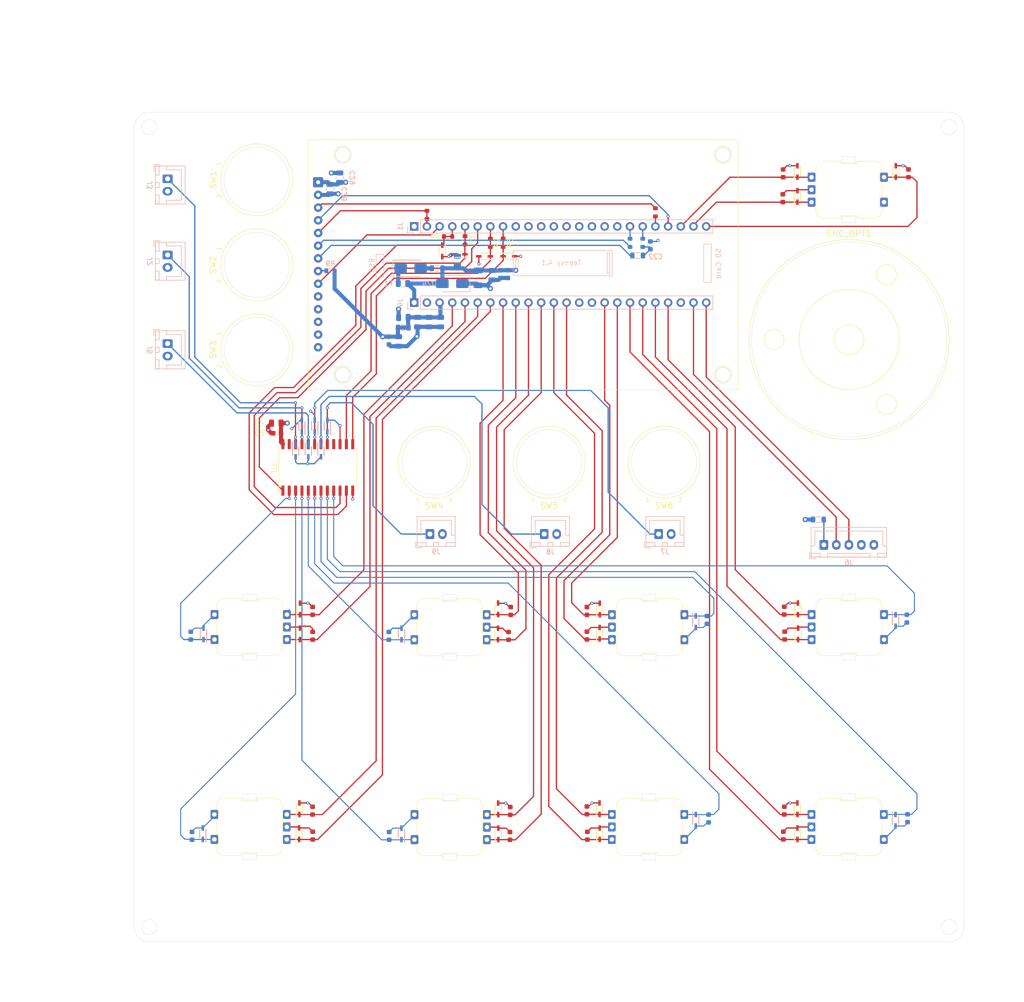
<source format=kicad_pcb>
(kicad_pcb (version 20241229) (generator "pcbnew") (generator_version "9.0")
  (layers (0 "F.Cu" signal) (4 "In1.Cu" power) (6 "In2.Cu" power) (2 "B.Cu" signal) (13 "F.Paste" user) (15 "B.Paste" user) (5 "F.SilkS" user "F.Silkscreen") (7 "B.SilkS" user "B.Silkscreen") (1 "F.Mask" user) (3 "B.Mask" user) (25 "Edge.Cuts" user))
  (net 0 "")
  (net 1 "+3V3")
  (net 2 "+5V")
  (net 3 "GND")
  (net 4 "/MIDI_Encoder_Matrix_2x4_with_push_buttons/1x1.QUAD_A")
  (net 5 "/MIDI_Encoder_Matrix_2x4_with_push_buttons/1x2.QUAD_A")
  (net 6 "/MIDI_Encoder_Matrix_2x4_with_push_buttons/1x1_SW_A")
  (net 7 "/MIDI_Encoder_Matrix_2x4_with_push_buttons/1x2_SW_A")
  (net 8 "/MIDI_Encoder_Matrix_2x4_with_push_buttons/1x3.QUAD_A")
  (net 9 "/MIDI_Encoder_Matrix_2x4_with_push_buttons/1x4.QUAD_A")
  (net 10 "/MIDI_Encoder_Matrix_2x4_with_push_buttons/1x3_SW_A")
  (net 11 "/MIDI_Encoder_Matrix_2x4_with_push_buttons/1x4_SW_A")
  (net 12 "/MIDI_Encoder_Matrix_2x4_with_push_buttons/2x1.QUAD_A")
  (net 13 "/MIDI_Encoder_Matrix_2x4_with_push_buttons/2x1_SW_A")
  (net 14 "/MIDI_Encoder_Matrix_2x4_with_push_buttons/2x2.QUAD_A")
  (net 15 "/MIDI_Encoder_Matrix_2x4_with_push_buttons/2x3.QUAD_A")
  (net 16 "/MIDI_Encoder_Matrix_2x4_with_push_buttons/2x2_SW_A")
  (net 17 "/MIDI_Encoder_Matrix_2x4_with_push_buttons/2x4.QUAD_A")
  (net 18 "/MIDI_Encoder_Matrix_2x4_with_push_buttons/2x3_SW_A")
  (net 19 "/MIDI_Encoder_Matrix_2x4_with_push_buttons/2x4_SW_A")
  (net 20 "/NAV.QUAD_A")
  (net 21 "/Buttons_Momentary/BUTTON_PUSH_MOM_01")
  (net 22 "/Buttons_Momentary/BUTTON_PUSH_MOM_02")
  (net 23 "/Buttons_Momentary/BUTTON_PUSH_MOM_03")
  (net 24 "/Buttons_Momentary/BUTTON_PUSH_MOM_04")
  (net 25 "/Buttons_Momentary/BUTTON_PUSH_MOM_05")
  (net 26 "/Buttons_Momentary/BUTTON_PUSH_MOM_06")
  (net 27 "/NAV.QUAD_B")
  (net 29 "/S0")
  (net 30 "/S1")
  (net 31 "/COM")
  (net 32 "/S2")
  (net 33 "/S3")
  (net 34 "/MIDI_Encoder_Matrix_2x4_with_push_buttons/1x1.QUAD_B")
  (net 35 "/MIDI_Encoder_Matrix_2x4_with_push_buttons/1x2.QUAD_B")
  (net 36 "/MIDI_Encoder_Matrix_2x4_with_push_buttons/1x3.QUAD_B")
  (net 37 "/MIDI_Encoder_Matrix_2x4_with_push_buttons/1x4.QUAD_B")
  (net 38 "/MIDI_Encoder_Matrix_2x4_with_push_buttons/2x1.QUAD_B")
  (net 39 "/MIDI_Encoder_Matrix_2x4_with_push_buttons/2x2.QUAD_B")
  (net 40 "/MIDI_Encoder_Matrix_2x4_with_push_buttons/2x3.QUAD_B")
  (net 41 "/MIDI_Encoder_Matrix_2x4_with_push_buttons/2x4.QUAD_B")
  (net 43 "/SCK")
  (net 44 "/NAV.SW")
  (net 45 "/OPT.QUAD_B")
  (net 46 "/OPT.QUAD_A")
  (net 47 "Net-(C22-Pad1)")
  (net 48 "/CS")
  (net 49 "/RST")
  (net 50 "/MISO")
  (net 51 "/DC")
  (net 52 "/LED")
  (net 53 "/MOSI")
  (net 54 "Net-(D25-Pad1)")
  (net 55 "/Teensy_4.1/T28")
  (net 56 "/Teensy_4.1/T24")
  (net 57 "/Teensy_4.1/T9")
  (net 58 "/Teensy_4.1/T7")
  (net 59 "/Teensy_4.1/T27")
  (net 60 "/Teensy_4.1/T25")
  (net 61 "/Teensy_4.1/T26")
  (net 62 "/Teensy_4.1/T12")
  (net 63 "/Teensy_4.1/T10")
  (net 64 "/Teensy_4.1/T11")
  (net 65 "/Teensy_4.1/T8")
  (net 66 "/Teensy_4.1/T35")
  (net 67 "/Teensy_4.1/T13")
  (net 73 "Net-(D25-Pad2)")
  (net 74 "Net-(J6-Pin_1)")
  (footprint "PCM_JLCPCB:C_0603" (layer "F.Cu") (at 167.549347 216.679999 -90)
    (property "Reference" "C18" (hide yes))
    (property "Value" "100nF")
  )
  (footprint "midi_controller:MSP2807_ILI9341_Display" (layer "F.Cu") (at 113.779995 107.51 -90)
    (property "Reference" "DISP1" (hide yes))
    (property "Value" "MIDI_Display_MSP2807" (hide yes))
    (fp_circle (center -22 -4.92) (end -20.5 -4.92) (stroke (width 0.1)) (fill no) (layer "Edge.Cuts"))
    (fp_circle (center 22 -4.92) (end 23.5 -4.92) (stroke (width 0.1)) (fill no) (layer "Edge.Cuts"))
    (fp_circle (center -22 -81) (end -20.5 -81) (stroke (width 0.1)) (fill no) (layer "Edge.Cuts"))
    (fp_circle (center 22 -81) (end 23.5 -81) (stroke (width 0.1)) (fill no) (layer "Edge.Cuts"))
  )
  (footprint "PCM_JLCPCB:C_0603" (layer "F.Cu") (at 231.892349 89.218917 -90)
    (property "Reference" "C3" (hide yes))
    (property "Value" "100nF")
  )
  (footprint "KiCad:SOD2512X110N" (layer "F.Cu") (at 149.786943 176.343647 90)
    (property "Reference" "D11" (hide yes))
    (property "Value" "PESD5V0L1BA,115" (hide yes))
  )
  (footprint "midi_controller:PEC11R4220FS0024" (layer "F.Cu") (at 100.010013 219.990018 90)
    (property "Reference" "ENC_MECH6" (hide yes))
    (property "Value" "MIDI_Encoder_PEC11R" (hide yes))
    (fp_rect (start 5.4 -1.3) (end 6.6 1.4) (stroke (width 0.05)) (fill no) (layer "Edge.Cuts"))
    (fp_rect (start -6.6 -1.3) (end -5.4 1.4) (stroke (width 0.05)) (fill no) (layer "Edge.Cuts"))
  )
  (footprint "midi_controller:PEC11R4220FS0024" (layer "F.Cu") (at 180.040013 220.000018 -90)
    (property "Reference" "ENC_MECH8" (hide yes))
    (property "Value" "MIDI_Encoder_PEC11R" (hide yes))
    (fp_rect (start -6.6 -1.3) (end -5.4 1.4) (stroke (width 0.05)) (fill no) (layer "Edge.Cuts"))
    (fp_rect (start 5.4 -1.3) (end 6.6 1.4) (stroke (width 0.05)) (fill no) (layer "Edge.Cuts"))
  )
  (footprint "KiCad:SOD2512X110N" (layer "F.Cu") (at 110.033275 216.339487 90)
    (property "Reference" "D17" (hide yes))
    (property "Value" "PESD5V0L1BA,115" (hide yes))
  )
  (footprint "PCM_JLCPCB:C_0603" (layer "F.Cu") (at 206.740277 94.194659 -90)
    (property "Reference" "C1" (hide yes))
    (property "Value" "100nF")
  )
  (footprint "PCM_JLCPCB:R_0603" (layer "F.Cu") (at 181.265347 97.027999 -90)
    (property "Reference" "R6" (hide yes))
    (property "Value" "33Ω")
  )
  (footprint "midi_controller:PEC11R4220FS0024" (layer "F.Cu") (at 140.050013 220.030018 90)
    (property "Reference" "ENC_MECH7" (hide yes))
    (property "Value" "MIDI_Encoder_PEC11R" (hide yes))
    (fp_rect (start 5.4 -1.3) (end 6.6 1.4) (stroke (width 0.05)) (fill no) (layer "Edge.Cuts"))
    (fp_rect (start -6.6 -1.3) (end -5.4 1.4) (stroke (width 0.05)) (fill no) (layer "Edge.Cuts"))
  )
  (footprint "midi_controller:PEC11R4220FS0024" (layer "F.Cu") (at 100.040013 180.000018 90)
    (property "Reference" "ENC_MECH2" (hide yes))
    (property "Value" "MIDI_Encoder_PEC11R" (hide yes))
    (fp_rect (start 5.4 -1.3) (end 6.6 1.4) (stroke (width 0.05)) (fill no) (layer "Edge.Cuts"))
    (fp_rect (start -6.6 -1.3) (end -5.4 1.4) (stroke (width 0.05)) (fill no) (layer "Edge.Cuts"))
  )
  (footprint "KiCad:SOD2512X110N" (layer "F.Cu") (at 170.12063 176.381227 90)
    (property "Reference" "D12" (hide yes))
    (property "Value" "PESD5V0L1BA,115" (hide yes))
  )
  (footprint "KiCad:SOD2512X110N" (layer "F.Cu") (at 151.943435 105.814602)
    (property "Reference" "D5" (hide yes))
    (property "Value" "PESD5V0L1BA,115" (hide yes))
  )
  (footprint "KiCad:SOD2512X110N" (layer "F.Cu") (at 170.111558 221.344917 90)
    (property "Reference" "D20" (hide yes))
    (property "Value" "PESD5V0L1BA,115" (hide yes))
  )
  (footprint "PCM_JLCPCB:C_0603" (layer "F.Cu") (at 112.673615 181.738866 -90)
    (property "Reference" "C7" (hide yes))
    (property "Value" "100nF")
  )
  (footprint "KiCad:SOD2512X110N" (layer "F.Cu") (at 149.836369 221.37886 90)
    (property "Reference" "D19" (hide yes))
    (property "Value" "PESD5V0L1BA,115" (hide yes))
  )
  (footprint "KiCad:SOD2512X110N" (layer "F.Cu") (at 149.768915 181.379346 90)
    (property "Reference" "D10" (hide yes))
    (property "Value" "PESD5V0L1BA,115" (hide yes))
  )
  (footprint "KiCad:SOD2512X110N" (layer "F.Cu") (at 209.801331 181.35975 90)
    (property "Reference" "D14" (hide yes))
    (property "Value" "PESD5V0L1BA,115" (hide yes))
  )
  (footprint "KiCad:SOD2512X110N" (layer "F.Cu") (at 209.671389 216.344375 90)
    (property "Reference" "D22" (hide yes))
    (property "Value" "PESD5V0L1BA,115" (hide yes))
  )
  (footprint "PCM_JLCPCB:C_0603" (layer "F.Cu") (at 206.859566 221.716129 -90)
    (property "Reference" "C21" (hide yes))
    (property "Value" "100nF")
  )
  (footprint "PCM_JLCPCB:C_0603" (layer "F.Cu") (at 112.66618 216.730359 -90)
    (property "Reference" "C15" (hide yes))
    (property "Value" "100nF")
  )
  (footprint "PCM_JLCPCB:C_0603" (layer "F.Cu") (at 207.049267 216.722232 -90)
    (property "Reference" "C20" (hide yes))
    (property "Value" "100nF")
  )
  (footprint "Package_SO:SOIC-24W_7.5x15.4mm_P1.27mm" (layer "F.Cu") (at 113.715046 148.057085 90)
    (property "Reference" "U1")
    (property "Value" "CD74HC4067M")
  )
  (footprint "Capacitor_SMD:C_0603_1608Metric" (layer "F.Cu") (at 105.573347 141.223999 180)
    (property "Reference" "C5")
    (property "Value" "100n")
  )
  (footprint "midi_controller:PV0H24011_Pushbutton" (layer "F.Cu") (at 101.500013 124.550018 -90)
    (property "Reference" "SW3")
    (property "Value" "~" (hide yes))
    (fp_circle (center 0 0) (end 6.5 0) (stroke (width 0.05)) (fill no) (layer "Edge.Cuts"))
  )
  (footprint "PCM_JLCPCB:C_0603" (layer "F.Cu") (at 207.04224 176.720707 -90)
    (property "Reference" "C12" (hide yes))
    (property "Value" "100nF")
  )
  (footprint "PCM_JLCPCB:C_0603" (layer "F.Cu") (at 206.810868 89.222591 -90)
    (property "Reference" "C2" (hide yes))
    (property "Value" "100nF")
  )
  (footprint "midi_controller:PEC11R4220FS0024" (layer "F.Cu") (at 220.000013 92.500018 -90)
    (property "Reference" "ENC_MECH1" (hide yes))
    (property "Value" "MIDI_Encoder_PEC11R" (hide yes))
    (fp_rect (start -6.6 -1.3) (end -5.4 1.4) (stroke (width 0.05)) (fill no) (layer "Edge.Cuts"))
    (fp_rect (start 5.4 -1.3) (end 6.6 1.4) (stroke (width 0.05)) (fill no) (layer "Edge.Cuts"))
  )
  (footprint "KiCad:SOD2512X110N" (layer "F.Cu") (at 209.766137 176.353458 90)
    (property "Reference" "D15" (hide yes))
    (property "Value" "PESD5V0L1BA,115" (hide yes))
  )
  (footprint "PCM_JLCPCB:C_0603" (layer "F.Cu") (at 112.670772 176.754941 -90)
    (property "Reference" "C6" (hide yes))
    (property "Value" "100nF")
  )
  (footprint "PCM_JLCPCB:C_0603" (layer "F.Cu") (at 167.549347 176.783999 -90)
    (property "Reference" "C11" (hide yes))
    (property "Value" "100nF")
  )
  (footprint "KiCad:SOD2512X110N" (layer "F.Cu") (at 147.08071 105.820458 180)
    (property "Reference" "D6" (hide yes))
    (property "Value" "PESD5V0L1BA,115" (hide yes))
  )
  (footprint "KiCad:SOD2512X110N" (layer "F.Cu") (at 138.613366 104.739557 -90)
    (property "Reference" "D3" (hide yes))
    (property "Value" "PESD5V0L1BA,115" (hide yes))
  )
  (footprint "PCM_JLCPCB:C_0603" (layer "F.Cu") (at 152.309347 176.783999 -90)
    (property "Reference" "C9" (hide yes))
    (property "Value" "100nF")
  )
  (footprint "PCM_JLCPCB:C_0603" (layer "F.Cu") (at 167.645447 221.740813 -90)
    (property "Reference" "C19" (hide yes))
    (property "Value" "100nF")
  )
  (footprint "PCM_JLCPCB:C_0603" (layer "F.Cu") (at 152.155103 221.784256 -90)
    (property "Reference" "C16" (hide yes))
    (property "Value" "100nF")
  )
  (footprint "midi_controller:PEC11R4220FS0024" (layer "F.Cu") (at 219.970013 220.000018 -90)
    (property "Reference" "ENC_MECH9" (hide yes))
    (property "Value" "MIDI_Encoder_PEC11R" (hide yes))
    (fp_rect (start -6.6 -1.3) (end -5.4 1.4) (stroke (width 0.05)) (fill no) (layer "Edge.Cuts"))
    (fp_rect (start 5.4 -1.3) (end 6.6 1.4) (stroke (width 0.05)) (fill no) (layer "Edge.Cuts"))
  )
  (footprint "KiCad:SOD2512X110N" (layer "F.Cu") (at 149.793003 216.379921 90)
    (property "Reference" "D18" (hide yes))
    (property "Value" "PESD5V0L1BA,115" (hide yes))
  )
  (footprint "midi_controller:PEC11R4220FS0024" (layer "F.Cu") (at 180.060013 180.030018 -90)
    (property "Reference" "ENC_MECH4" (hide yes))
    (property "Value" "MIDI_Encoder_PEC11R" (hide yes))
    (fp_rect (start -6.6 -1.3) (end -5.4 1.4) (stroke (width 0.05)) (fill no) (layer "Edge.Cuts"))
    (fp_rect (start 5.4 -1.3) (end 6.6 1.4) (stroke (width 0.05)) (fill no) (layer "Edge.Cuts"))
  )
  (footprint "KiCad:SOD2512X110N" (layer "F.Cu") (at 170.092711 181.230513 90)
    (property "Reference" "D13" (hide yes))
    (property "Value" "PESD5V0L1BA,115" (hide yes))
  )
  (footprint "KiCad:SOD2512X110N" (layer "F.Cu") (at 110.146641 176.37748 90)
    (property "Reference" "D8" (hide yes))
    (property "Value" "PESD5V0L1BA,115" (hide yes))
  )
  (footprint "KiCad:SOD2512X110N" (layer "F.Cu") (at 110.145347 181.355999 90)
    (property "Reference" "D9" (hide yes))
    (property "Value" "PESD5V0L1BA,115" (hide yes))
  )
  (footprint "midi_controller:E38S6G5_Optical_Encoder" (layer "F.Cu") (at 220.000013 122.482518)
    (property "Reference" "ENC_OPT1")
    (property "Value" "MIDI_Encoder_E38S6G5_Optical" (hide yes))
    (fp_circle (center 0 0) (end 19.5 0) (stroke (width 0.05)) (fill no) (layer "Edge.Cuts"))
  )
  (footprint "Resistor_SMD:R_0603_1608Metric" (layer "F.Cu") (at 150.788766 103.095634 -90)
    (property "Reference" "R5")
    (property "Value" "100")
  )
  (footprint "KiCad:SOD2512X110N" (layer "F.Cu") (at 209.671662 88.844901 90)
    (property "Reference" "D1" (hide yes))
    (property "Value" "PESD5V0L1BA,115" (hide yes))
  )
  (footprint "KiCad:SOD2512X110N" (layer "F.Cu") (at 209.676902 221.350588 90)
    (property "Reference" "D23" (hide yes))
    (property "Value" "PESD5V0L1BA,115" (hide yes))
  )
  (footprint "midi_controller:PEC11R4220FS0024" (layer "F.Cu") (at 220.000013 180.010018 -90)
    (property "Reference" "ENC_MECH5" (hide yes))
    (property "Value" "MIDI_Encoder_PEC11R" (hide yes))
    (fp_rect (start -6.6 -1.3) (end -5.4 1.4) (stroke (width 0.05)) (fill no) (layer "Edge.Cuts"))
    (fp_rect (start 5.4 -1.3) (end 6.6 1.4) (stroke (width 0.05)) (fill no) (layer "Edge.Cuts"))
  )
  (footprint "PCM_JLCPCB:C_0603" (layer "F.Cu") (at 152.219944 216.78585 -90)
    (property "Reference" "C17" (hide yes))
    (property "Value" "100nF")
  )
  (footprint "KiCad:SOD2512X110N" (layer "F.Cu") (at 229.353562 88.847316 90)
    (property "Reference" "D2" (hide yes))
    (property "Value" "PESD5V0L1BA,115" (hide yes))
  )
  (footprint "midi_controller:PV0H24011_Pushbutton" (layer "F.Cu") (at 182.990013 147.020018)
    (property "Reference" "SW6")
    (property "Value" "~" (hide yes))
    (fp_circle (center 0 0) (end 6.5 0) (stroke (width 0.05)) (fill no) (layer "Edge.Cuts"))
  )
  (footprint "KiCad:SOD2512X110N" (layer "F.Cu") (at 141.987561 105.41864 180)
    (property "Reference" "D4" (hide yes))
    (property "Value" "PESD5V0L1BA,115" (hide yes))
  )
  (footprint "PCM_JLCPCB:R_0603" (layer "F.Cu") (at 135.545347 97.535999 -90)
    (property "Reference" "R1" (hide yes))
    (property "Value" "33Ω")
  )
  (footprint "KiCad:SOD2512X110N" (layer "F.Cu") (at 109.977551 221.340926 90)
    (property "Reference" "D16" (hide yes))
    (property "Value" "PESD5V0L1BA,115" (hide yes))
  )
  (footprint "Resistor_SMD:R_0603_1608Metric" (layer "F.Cu") (at 143.165347 102.615999 -90)
    (property "Reference" "R3")
    (property "Value" "100")
  )
  (footprint "Resistor_SMD:R_0603_1608Metric" (layer "F.Cu") (at 148.245347 103.123999 -90)
    (property "Reference" "R2")
    (property "Value" "100")
  )
  (footprint "Resistor_SMD:R_0603_1608Metric" (layer "F.Cu") (at 139.780541 101.864064 180)
    (property "Reference" "R4")
    (property "Value" "100")
  )
  (footprint "KiCad:SOD2512X110N" (layer "F.Cu") (at 209.668729 93.842782 90)
    (property "Reference" "D7" (hide yes))
    (property "Value" "PESD5V0L1BA,115" (hide yes))
  )
  (footprint "PCM_JLCPCB:C_0603" (layer "F.Cu") (at 167.551172 181.704279 -90)
    (property "Reference" "C10" (hide yes))
    (property "Value" "100nF")
  )
  (footprint "KiCad:SOD2512X110N" (layer "F.Cu") (at 170.076796 216.344102 90)
    (property "Reference" "D21" (hide yes))
    (property "Value" "PESD5V0L1BA,115" (hide yes))
  )
  (footprint "midi_controller:PV0H24011_Pushbutton" (layer "F.Cu") (at 137.000013 147.050018)
    (property "Reference" "SW4")
    (property "Value" "~" (hide yes))
    (fp_circle (center 0 0) (end 6.5 0) (stroke (width 0.05)) (fill no) (layer "Edge.Cuts"))
  )
  (footprint "midi_controller:PEC11R4220FS0024" (layer "F.Cu") (at 140.010013 180.040018 90)
    (property "Reference" "ENC_MECH3" (hide yes))
    (property "Value" "MIDI_Encoder_PEC11R" (hide yes))
    (fp_rect (start 5.4 -1.3) (end 6.6 1.4) (stroke (width 0.05)) (fill no) (layer "Edge.Cuts"))
    (fp_rect (start -6.6 -1.3) (end -5.4 1.4) (stroke (width 0.05)) (fill no) (layer "Edge.Cuts"))
  )
  (footprint "midi_controller:PV0H24011_Pushbutton" (layer "F.Cu") (at 101.500013 107.535018 -90)
    (property "Reference" "SW2")
    (property "Value" "~" (hide yes))
    (fp_circle (center 0 0) (end 6.5 0) (stroke (width 0.05)) (fill no) (layer "Edge.Cuts"))
  )
  (footprint "midi_controller:PV0H24011_Pushbutton" (layer "F.Cu") (at 160.000013 147.030018)
    (property "Reference" "SW5")
    (property "Value" "~" (hide yes))
    (fp_circle (center 0 0) (end 6.5 0) (stroke (width 0.05)) (fill no) (layer "Edge.Cuts"))
  )
  (footprint "PCM_JLCPCB:C_0603" (layer "F.Cu") (at 207.112471 181.70711 -90)
    (property "Reference" "C13" (hide yes))
    (property "Value" "100nF")
  )
  (footprint "PCM_JLCPCB:C_0603" (layer "F.Cu") (at 112.685347 221.726758 -90)
    (property "Reference" "C14" (hide yes))
    (property "Value" "100nF")
  )
  (footprint "Capacitor_SMD:C_0805_2012Metric" (layer "F.Cu") (at 105.402036 139.201442 180)
    (property "Reference" "C4")
    (property "Value" "10u")
  )
  (footprint "midi_controller:PV0H24011_Pushbutton" (layer "F.Cu") (at 101.500013 90.520018 -90)
    (property "Reference" "SW1")
    (property "Value" "~" (hide yes))
    (fp_circle (center 0 0) (end 6.5 0) (stroke (width 0.05)) (fill no) (layer "Edge.Cuts"))
  )
  (footprint "PCM_JLCPCB:C_0603" (layer "F.Cu") (at 151.87071 181.766889 -90)
    (property "Reference" "C8" (hide yes))
    (property "Value" "100nF")
  )
  (footprint "KiCad:SOD2512X110N" (layer "B.Cu") (at 189.32945 218.653468 -90)
    (property "Reference" "D37" (hide yes))
    (property "Value" "PESD5V0L1BA,115" (hide yes))
  )
  (footprint "Connector_JST:JST_XH_B5B-XH-A_1x05_P2.50mm_Vertical" (layer "B.Cu") (at 214.964004 163.552085)
    (property "Reference" "J6")
    (property "Value" "Conn_01x05")
  )
  (footprint "PCM_JLCPCB:C_0805" (layer "B.Cu") (at 135.956848 118.993183 -90)
    (property "Reference" "C30" (hide yes))
    (property "Value" "10uF")
  )
  (footprint "KiCad:SOD2512X110N" (layer "B.Cu") (at 115.616034 139.75404 90)
    (property "Reference" "D26" (hide yes))
    (property "Value" "PESD5V0L1BA,115" (hide yes))
  )
  (footprint "KiCad:SOD2512X110N" (layer "B.Cu") (at 111.811882 144.77879 -90)
    (property "Reference" "D31" (hide yes))
    (property "Value" "PESD5V0L1BA,115" (hide yes))
  )
  (footprint "PCM_JLCPCB:C_0805" (layer "B.Cu") (at 141.641347 106.751726 90)
    (property "Reference" "C25" (hide yes))
    (property "Value" "47uF")
  )
  (footprint "PCM_JLCPCB:FB_0805" (layer "B.Cu") (at 177.709347 105.663999)
    (property "Reference" "FB1" (hide yes))
    (property "Value" "~")
  )
  (footprint "PCM_JLCPCB:C_0805" (layer "B.Cu") (at 130.83441 118.062061 180)
    (property "Reference" "C32" (hide yes))
    (property "Value" "100nF")
  )
  (footprint "KiCad:SOD2512X110N" (layer "B.Cu") (at 130.448807 221.380359 90)
    (property "Reference" "D38" (hide yes))
    (property "Value" "PESD5V0L1BA,115" (hide yes))
  )
  (footprint "Connector_JST:JST_XH_B2B-XH-A_1x02_P2.50mm_Vertical" (layer "B.Cu") (at 159.004004 161.392085)
    (property "Reference" "J8")
    (property "Value" "Conn_01x02_Socket")
  )
  (footprint "KiCad:SOD2512X110N" (layer "B.Cu") (at 109.272728 144.776183 -90)
    (property "Reference" "D28" (hide yes))
    (property "Value" "PESD5V0L1BA,115" (hide yes))
  )
  (footprint "KiCad:SOD2512X110N" (layer "B.Cu") (at 130.462141 181.386449 90)
    (property "Reference" "D34" (hide yes))
    (property "Value" "PESD5V0L1BA,115" (hide yes))
  )
  (footprint "PCM_JLCPCB:FB_0805" (layer "B.Cu") (at 130.807128 120.094061 180)
    (property "Reference" "FB3" (hide yes))
    (property "Value" "~")
  )
  (footprint "PCM_JLCPCB:C_0603" (layer "B.Cu") (at 127.950389 122.678539 -90)
    (property "Reference" "C34" (hide yes))
    (property "Value" "1nF")
  )
  (footprint "KiCad:SOD2512X110N" (layer "B.Cu") (at 90.841347 181.355999 90)
    (property "Reference" "D35" (hide yes))
    (property "Value" "PESD5V0L1BA,115" (hide yes))
  )
  (footprint "PCM_JLCPCB:C_0603" (layer "B.Cu") (at 191.900977 218.305895 90)
    (property "Reference" "C41" (hide yes))
    (property "Value" "100nF")
  )
  (footprint "KiCad:SOD2512X110N" (layer "B.Cu") (at 229.290722 218.65116 -90)
    (property "Reference" "D36" (hide yes))
    (property "Value" "PESD5V0L1BA,115" (hide yes))
  )
  (footprint "PCM_JLCPCB:R_0603" (layer "B.Cu") (at 176.185347 103.123999 90)
    (property "Reference" "R8" (hide yes))
    (property "Value" "33Ω")
  )
  (footprint "PCM_JLCPCB:FB_0805" (layer "B.Cu") (at 213.868004 158.495999 180)
    (property "Reference" "FB4" (hide yes))
    (property "Value" "~")
  )
  (footprint "Connector_JST:JST_XH_B2B-XH-A_1x02_P2.50mm_Vertical" (layer "B.Cu") (at 83.665046 105.552085 -90)
    (property "Reference" "J2")
    (property "Value" "Conn_01x02_Socket")
  )
  (footprint "KiCad:SOD2512X110N" (layer "B.Cu") (at 189.334928 178.939218 -90)
    (property "Reference" "D33" (hide yes))
    (property "Value" "PESD5V0L1BA,115" (hide yes))
  )
  (footprint "PCM_JLCPCB:C_0603" (layer "B.Cu") (at 231.557347 178.307999 90)
    (property "Reference" "C36" (hide yes))
    (property "Value" "100nF")
  )
  (footprint "Connector_PinSocket_2.54mm:PinSocket_1x24_P2.54mm_Vertical" (layer "B.Cu") (at 133.000004 99.842085 -90)
    (property "Reference" "J1")
    (property "Value" "Conn_01x24_Socket")
  )
  (footprint "PCM_JLCPCB:C_1206" (layer "B.Cu") (at 145.761006 110.132986 -90)
    (property "Reference" "C26" (hide yes))
    (property "Value" "100uF")
  )
  (footprint "Capacitor_SMD:C_0805_2012Metric" (layer "B.Cu") (at 118.097612 90.088186 90)
    (property "Reference" "C29")
    (property "Value" "10u")
  )
  (footprint "Fuse:Fuse_0805_2012Metric" (layer "B.Cu") (at 130.754472 111.27552 180)
    (property "Reference" "F1")
    (property "Value" "Fuse")
  )
  (footprint "Diode_SMD:D_SMA" (layer "B.Cu") (at 140.639862 111.27319 180)
    (property "Reference" "D24")
    (property "Value" "SMAJ5.0CA")
  )
  (footprint "Connector_JST:JST_XH_B2B-XH-A_1x02_P2.50mm_Vertical" (layer "B.Cu") (at 181.904004 161.392085)
    (property "Reference" "J7")
    (property "Value" "Conn_01x02_Socket")
  )
  (footprint "PCM_JLCPCB:C_0603" (layer "B.Cu") (at 191.569732 178.572496 90)
    (property "Reference" "C37" (hide yes))
    (property "Value" "100nF")
  )
  (footprint "PCM_JLCPCB:C_0805" (layer "B.Cu") (at 133.680826 118.984595 -90)
    (property "Reference" "C33" (hide yes))
    (property "Value" "100nF")
  )
  (footprint "PCM_JLCPCB:R_0603" (layer "B.Cu") (at 178.725347 103.123999 90)
    (property "Reference" "R7" (hide yes))
    (property "Value" "33Ω")
  )
  (footprint "KiCad:SOD2512X110N" (layer "B.Cu") (at 110.518438 139.757746 90)
    (property "Reference" "D29" (hide yes))
    (property "Value" "PESD5V0L1BA,115" (hide yes))
  )
  (footprint "PCM_JLCPCB:C_0603" (layer "B.Cu") (at 231.705323 218.248862 90)
    (property "Reference" "C40" (hide yes))
    (property "Value" "100nF")
  )
  (footprint "PCM_JLCPCB:C_0805" (layer "B.Cu") (at 138.248532 118.993183 -90)
    (property "Reference" "C31" (hide yes))
    (property "Value" "47uF")
  )
  (footprint "PCM_JLCPCB:D_SMA" (layer "B.Cu") (at 132.287051 108.22752)
    (property "Reference" "D25" (hide yes))
    (property "Value" "SS34")
  )
  (footprint "KiCad:SOD2512X110N" (layer "B.Cu") (at 114.351372 144.779998 -90)
    (property "Reference" "D27" (hide yes))
    (property "Value" "PESD5V0L1BA,115" (hide yes))
  )
  (footprint "Connector_PinSocket_2.54mm:PinSocket_1x24_P2.54mm_Vertical" (layer "B.Cu") (at 133.000004 115.082085 -90)
    (property "Reference" "J4")
    (property "Value" "Conn_01x24_Socket")
  )
  (footprint "PCM_JLCPCB:C_0603" (layer "B.Cu") (at 150.268769 109.382848 -90)
    (property "Reference" "C24" (hide yes))
    (property "Value" "10nF")
  )
  (footprint "Connector_JST:JST_XH_B2B-XH-A_1x02_P2.50mm_Vertical" (layer "B.Cu") (at 136.144004 161.392085)
    (property "Reference" "J9")
    (property "Value" "Conn_01x02_Socket")
  )
  (footprint "KiCad:SOD2512X110N" (layer "B.Cu") (at 113.103055 139.754392 90)
    (property "Reference" "D30" (hide yes))
    (property "Value" "PESD5V0L1BA,115" (hide yes))
  )
  (footprint "PCM_JLCPCB:C_0603" (layer "B.Cu") (at 88.547406 221.770439 -90)
    (property "Reference" "C43" (hide yes))
    (property "Value" "100nF")
  )
  (footprint "PCM_JLCPCB:FB_0805" (layer "B.Cu") (at 137.591862 108.22519 180)
    (property "Reference" "FB2" (hide yes))
    (property "Value" "~")
  )
  (footprint "PCM_JLCPCB:C_0603" (layer "B.Cu") (at 88.293367 181.724475 -90)
    (property "Reference" "C39" (hide yes))
    (property "Value" "100nF")
  )
  (footprint "KiCad:SOD2512X110N" (layer "B.Cu") (at 229.309922 178.686955 -90)
    (property "Reference" "D32" (hide yes))
    (property "Value" "PESD5V0L1BA,115" (hide yes))
  )
  (footprint "KiCad:SOD2512X110N" (layer "B.Cu") (at 90.704482 221.338357 90)
    (property "Reference" "D39" (hide yes))
    (property "Value" "PESD5V0L1BA,115" (hide yes))
  )
  (footprint "PCM_JLCPCB:C_0805" (layer "B.Cu") (at 148.568397 109.604969 -90)
    (property "Reference" "C23" (hide yes))
    (property "Value" "100nF")
  )
  (footprint "PCM_JLCPCB:C_0603" (layer "B.Cu") (at 127.920053 181.756971 -90)
    (property "Reference" "C38" (hide yes))
    (property "Value" "100nF")
  )
  (footprint "Capacitor_SMD:C_0603_1608Metric" (layer "B.Cu") (at 180.249347 103.631999 90)
    (property "Reference" "C22")
    (property "Value" "100p")
  )
  (footprint "Resistor_SMD:R_0603_1608Metric" (layer "B.Cu") (at 116.241347 108.711999 180)
    (property "Reference" "R9")
    (property "Value" "220")
  )
  (footprint "Connector_JST:JST_XH_B2B-XH-A_1x02_P2.50mm_Vertical" (layer "B.Cu") (at 83.665046 123.282085 -90)
    (property "Reference" "J5")
    (property "Value" "Conn_01x02_Socket")
  )
  (footprint "Connector_JST:JST_XH_B2B-XH-A_1x02_P2.50mm_Vertical" (layer "B.Cu") (at 83.665046 90.312085 -90)
    (property "Reference" "J3")
    (property "Value" "Conn_01x02_Socket")
  )
  (footprint "PCM_JLCPCB:C_0805" (layer "B.Cu") (at 129.864386 122.860469 -90)
    (property "Reference" "C35" (hide yes))
    (property "Value" "100nF")
  )
  (footprint "PCM_JLCPCB:C_0603" (layer "B.Cu") (at 151.722282 109.381503 -90)
    (property "Reference" "C27" (hide yes))
    (property "Value" "1nF")
  )
  (footprint "PCM_JLCPCB:C_0603" (layer "B.Cu") (at 127.999335 221.783282 -90)
    (property "Reference" "C42" (hide yes))
    (property "Value" "100nF")
  )
  (footprint "Capacitor_SMD:C_0805_2012Metric" (layer "B.Cu") (at 116.140004 92.38 90)
    (property "Reference" "C28")
    (property "Value" "100n")
  )
  (gr_rect (start 125.385347 105.409999) (end 126.909347 109.981999) (stroke (width 0.1)) (fill no) (layer "B.SilkS"))
  (gr_rect (start 153.325347 106.425999) (end 153.833347 107.949999) (stroke (width 0.1)) (fill no) (layer "B.SilkS"))
  (gr_rect (start 152.817347 104.647999) (end 172.629347 109.727999) (stroke (width 0.1)) (fill no) (layer "B.SilkS"))
  (gr_rect (start 171.613347 105.155999) (end 172.121347 109.219999) (stroke (width 0.1)) (fill no) (layer "B.SilkS"))
  (gr_rect (start 190.917347 103.377999) (end 192.441347 110.997999) (stroke (width 0.1)) (fill no) (layer "B.SilkS"))
  (gr_circle (center 240 240) (end 241.52 240) (stroke (width 0.05)) (fill no) (layer "Edge.Cuts"))
  (gr_circle (center 80 80) (end 81.52 80) (stroke (width 0.05)) (fill no) (layer "Edge.Cuts"))
  (gr_arc (start 243.000004 240) (mid 242.121324 242.12132) (end 240.000004 243) (stroke (width 0.05)) (layer "Edge.Cuts"))
  (gr_line (start 243.000004 80) (end 243.000004 240) (stroke (width 0.05)) (layer "Edge.Cuts"))
  (gr_circle (center 80 240) (end 81.52 240) (stroke (width 0.05)) (fill no) (layer "Edge.Cuts"))
  (gr_arc (start 80.000004 243) (mid 77.878681 242.121322) (end 77.000004 240) (stroke (width 0.05)) (layer "Edge.Cuts"))
  (gr_line (start 240.000004 243) (end 80.000004 243) (stroke (width 0.05)) (layer "Edge.Cuts"))
  (gr_arc (start 240.000004 77) (mid 242.121322 77.878681) (end 243.000004 80) (stroke (width 0.05)) (layer "Edge.Cuts"))
  (gr_circle (center 240 80) (end 241.52 80) (stroke (width 0.05)) (fill no) (layer "Edge.Cuts"))
  (gr_line (start 77.000004 240) (end 77.000004 80) (stroke (width 0.05)) (layer "Edge.Cuts"))
  (gr_line (start 80.000004 77) (end 240.000004 77) (stroke (width 0.05)) (layer "Edge.Cuts"))
  (gr_arc (start 77.000004 80) (mid 77.878684 77.87868) (end 80.000004 77) (stroke (width 0.05)) (layer "Edge.Cuts"))
  (gr_text "USB" (at 123.861347 109.219999 270) (layer "B.SilkS") (effects (font (size 1 1) (thickness 0.1)) (justify left bottom mirror)))
  (gr_text "Teensy 4.1" (at 166.533347 107.695999 0) (layer "B.SilkS") (effects (font (size 1 1) (thickness 0.1)) (justify left bottom mirror)))
  (gr_text "SD Card" (at 194.473347 104.139999 90) (layer "B.SilkS") (effects (font (size 1 1) (thickness 0.1)) (justify left bottom mirror)))
  (segment (start 107.605347 139.191999) (end 107.595904 139.201442) (width 0.2) (layer "F.Cu") (net 1))
  (segment (start 106.348347 139.205131) (end 106.352036 139.201442) (width 0.8128) (layer "F.Cu") (net 1))
  (segment (start 106.730046 143.407085) (end 106.73435 143.402781) (width 0.254) (layer "F.Cu") (net 1))
  (segment (start 106.730046 143.407085) (end 106.348347 143.025386) (width 0.8128) (layer "F.Cu") (net 1))
  (segment (start 106.348347 141.223999) (end 106.348347 139.205131) (width 0.8128) (layer "F.Cu") (net 1))
  (segment (start 106.348347 143.025386) (end 106.348347 141.223999) (width 0.8128) (layer "F.Cu") (net 1))
  (segment (start 106.352036 139.201442) (end 107.595904 139.201442) (width 0.8128) (layer "F.Cu") (net 1))
  (via (at 126.686291 121.919999) (size 1.016) (drill 0.508) (layers "F.Cu" "B.Cu") (net 1))
  (via (at 107.605347 139.191999) (size 1.016) (drill 0.508) (layers "F.Cu" "B.Cu") (net 1))
  (segment (start 138.248532 115.250613) (end 138.080004 115.082085) (width 0.8128) (layer "B.Cu") (net 1))
  (segment (start 129.747128 121.793211) (end 129.864386 121.910469) (width 0.8128) (layer "B.Cu") (net 1))
  (segment (start 131.78441 120.011343) (end 131.867128 120.094061) (width 0.8128) (layer "B.Cu") (net 1))
  (segment (start 138.248532 118.043183) (end 135.956848 118.043183) (width 0.8128) (layer "B.Cu") (net 1))
  (segment (start 131.867128 120.094061) (end 129.747128 120.094061) (width 0.8128) (layer "B.Cu") (net 1))
  (segment (start 133.680826 118.034595) (end 131.811876 118.034595) (width 0.8128) (layer "B.Cu") (net 1))
  (segment (start 131.811876 118.034595) (end 131.78441 118.062061) (width 0.8128) (layer "B.Cu") (net 1))
  (segment (start 117.066347 108.711999) (end 117.066347 112.300055) (width 0.8128) (layer "B.Cu") (net 1))
  (segment (start 135.956848 118.043183) (end 133.689414 118.043183) (width 0.8128) (layer "B.Cu") (net 1))
  (segment (start 127.950389 121.898539) (end 126.707751 121.898539) (width 0.8128) (layer "B.Cu") (net 1))
  (segment (start 117.066347 112.300055) (end 126.686291 121.919999) (width 0.8128) (layer "B.Cu") (net 1))
  (segment (start 126.707751 121.898539) (end 126.686291 121.919999) (width 0.8128) (layer "B.Cu") (net 1))
  (segment (start 131.78441 118.062061) (end 131.78441 120.011343) (width 0.8128) (layer "B.Cu") (net 1))
  (segment (start 133.689414 118.043183) (end 133.680826 118.034595) (width 0.8128) (layer "B.Cu") (net 1))
  (segment (start 129.852456 121.898539) (end 127.950389 121.898539) (width 0.8128) (layer "B.Cu") (net 1))
  (segment (start 129.747128 120.094061) (end 129.747128 121.793211) (width 0.8128) (layer "B.Cu") (net 1))
  (segment (start 129.864386 121.910469) (end 129.852456 121.898539) (width 0.8128) (layer "B.Cu") (net 1))
  (segment (start 138.248532 118.043183) (end 138.248532 115.250613) (width 0.8128) (layer "B.Cu") (net 1))
  (via (at 119.290004 91.01) (size 1.016) (drill 0.508) (layers "F.Cu" "B.Cu") (net 2))
  (via (at 211.237347 158.495999) (size 1.016) (drill 0.508) (layers "F.Cu" "B.Cu") (net 2))
  (via (at 153.325347 108.625892) (size 1.016) (drill 0.508) (layers "F.Cu" "B.Cu") (net 2))
  (segment (start 148.337467 108.657986) (end 148.352446 108.672965) (width 0.8128) (layer "B.Cu") (net 2))
  (segment (start 133.000004 115.082085) (end 133.000004 112.583552) (width 0.8128) (layer "B.Cu") (net 2))
  (segment (start 151.720937 108.607848) (end 151.722282 108.606503) (width 0.8128) (layer "B.Cu") (net 2))
  (segment (start 145.761006 108.657986) (end 148.56538 108.657986) (width 0.8128) (layer "B.Cu") (net 2))
  (segment (start 116.140004 91.43) (end 117.705798 91.43) (width 0.8128) (layer "B.Cu") (net 2))
  (segment (start 148.56538 108.657986) (end 148.568397 108.654969) (width 0.8128) (layer "B.Cu") (net 2))
  (segment (start 143.306362 108.662896) (end 145.756096 108.662896) (width 0.8128) (layer "B.Cu") (net 2))
  (segment (start 142.870192 108.226726) (end 143.306362 108.662896) (width 0.8128) (layer "B.Cu") (net 2))
  (segment (start 150.268769 108.607848) (end 151.720937 108.607848) (width 0.8128) (layer "B.Cu") (net 2))
  (segment (start 113.779995 91) (end 113.770013 90.990018) (width 0.8128) (layer "B.Cu") (net 2))
  (segment (start 141.639811 108.22519) (end 141.641347 108.226726) (width 0.8128) (layer "B.Cu") (net 2))
  (segment (start 133.000004 112.583552) (end 131.691972 111.27552) (width 0.8128) (layer "B.Cu") (net 2))
  (segment (start 211.237347 158.495999) (end 212.805504 158.495999) (width 0.8128) (layer "B.Cu") (net 2))
  (segment (start 145.756096 108.662896) (end 145.761006 108.657986) (width 0.8128) (layer "B.Cu") (net 2))
  (segment (start 138.637532 111.27552) (end 138.639862 111.27319) (width 0.8128) (layer "B.Cu") (net 2))
  (segment (start 117.705798 91.43) (end 118.097612 91.038186) (width 0.8128) (layer "B.Cu") (net 2))
  (segment (start 131.691972 111.27552) (end 138.637532 111.27552) (width 0.8128) (layer "B.Cu") (net 2))
  (segment (start 119.261818 91.038186) (end 118.097612 91.038186) (width 0.8128) (layer "B.Cu") (net 2))
  (segment (start 153.305958 108.606503) (end 153.325347 108.625892) (width 0.8128) (layer "B.Cu") (net 2))
  (segment (start 151.722282 108.606503) (end 153.305958 108.606503) (width 0.8128) (layer "B.Cu") (net 2))
  (segment (start 150.316837 108.672965) (end 150.316885 108.673013) (width 0.8128) (layer "B.Cu") (net 2))
  (segment (start 138.639862 108.23969) (end 138.654362 108.22519) (width 0.8128) (layer "B.Cu") (net 2))
  (segment (start 119.290004 91.01) (end 119.261818 91.038186) (width 0.8128) (layer "B.Cu") (net 2))
  (segment (start 138.654362 108.22519) (end 141.639811 108.22519) (width 0.8128) (layer "B.Cu") (net 2))
  (segment (start 115.700022 90.990018) (end 116.140004 91.43) (width 0.8128) (layer "B.Cu") (net 2))
  (segment (start 141.641347 108.226726) (end 142.870192 108.226726) (width 0.8128) (layer "B.Cu") (net 2))
  (segment (start 113.770013 90.990018) (end 115.700022 90.990018) (width 0.8128) (layer "B.Cu") (net 2))
  (segment (start 138.639862 111.27319) (end 138.639862 108.23969) (width 0.8128) (layer "B.Cu") (net 2))
  (segment (start 148.352446 108.672965) (end 150.316837 108.672965) (width 0.8128) (layer "B.Cu") (net 2))
  (segment (start 207.556713 87.696746) (end 206.810868 88.442591) (width 0.254) (layer "F.Cu") (net 3))
  (segment (start 104.418298 141.223999) (end 104.798347 141.223999) (width 0.8128) (layer "F.Cu") (net 3))
  (segment (start 109.977551 220.190926) (end 111.929515 220.190926) (width 0.254) (layer "F.Cu") (net 3))
  (segment (start 145.930395 107.329474) (end 145.930395 106.98305) (width 0.254) (layer "F.Cu") (net 3))
  (segment (start 110.146641 175.22748) (end 111.669347 175.22748) (width 0.254) (layer "F.Cu") (net 3))
  (segment (start 151.293347 215.229921) (end 151.444015 215.229921) (width 0.254) (layer "F.Cu") (net 3))
  (segment (start 212.500013 92.500018) (end 209.861493 92.500018) (width 0.254) (layer "F.Cu") (net 3))
  (segment (start 120.700046 152.707085) (end 120.700046 154.399958) (width 0.2) (layer "F.Cu") (net 3))
  (segment (start 112.66618 215.950359) (end 111.905308 215.189487) (width 0.2) (layer "F.Cu") (net 3))
  (segment (start 149.793003 215.229921) (end 151.293347 215.229921) (width 0.254) (layer "F.Cu") (net 3))
  (segment (start 112.177347 179.831999) (end 110.519347 179.831999) (width 0.254) (layer "F.Cu") (net 3))
  (segment (start 168.327119 175.231227) (end 167.549347 176.008999) (width 0.254) (layer "F.Cu") (net 3))
  (segment (start 172.540013 220.000018) (end 170.306457 220.000018) (width 0.254) (layer "F.Cu") (net 3))
  (segment (start 167.85945 215.899999) (end 168.565347 215.194102) (width 0.2) (layer "F.Cu") (net 3))
  (segment (start 154.29183 105.814602) (end 153.093435 105.814602) (width 0.254) (layer "F.Cu") (net 3))
  (segment (start 207.462154 92.692782) (end 206.740277 93.414659) (width 0.254) (layer "F.Cu") (net 3))
  (segment (start 230.811164 87.697316) (end 231.150748 87.697316) (width 0.254) (layer "F.Cu") (net 3))
  (segment (start 107.510013 219.990018) (end 109.776643 219.990018) (width 0.254) (layer "F.Cu") (net 3))
  (segment (start 145.93071 106.982735) (end 145.93071 105.820458) (width 0.254) (layer "F.Cu") (net 3))
  (segment (start 207.779489 175.203458) (end 207.04224 175.940707) (width 0.254) (layer "F.Cu") (net 3))
  (segment (start 212.470013 220.000018) (end 209.877472 220.000018) (width 0.254) (layer "F.Cu") (net 3))
  (segment (start 210.001063 180.010018) (end 209.801331 180.20975) (width 0.254) (layer "F.Cu") (net 3))
  (segment (start 207.797124 215.194375) (end 207.049267 215.942232) (width 0.254) (layer "F.Cu") (net 3))
  (segment (start 103.771458 139.88202) (end 104.452036 139.201442) (width 0.8128) (layer "F.Cu") (net 3))
  (segment (start 170.076796 215.194102) (end 168.565347 215.194102) (width 0.254) (layer "F.Cu") (net 3))
  (segment (start 149.637527 220.030018) (end 149.836369 220.22886) (width 0.254) (layer "F.Cu") (net 3))
  (segment (start 112.673615 180.963866) (end 112.673615 180.328267) (width 0.254) (layer "F.Cu") (net 3))
  (segment (start 209.801331 180.20975) (end 207.829831 180.20975) (width 0.254) (layer "F.Cu") (net 3))
  (segment (start 209.877472 220.000018) (end 209.676902 220.200588) (width 0.254) (layer "F.Cu") (net 3))
  (segment (start 170.092711 180.080513) (end 168.394938 180.080513) (width 0.254) (layer "F.Cu") (net 3))
  (segment (start 103.771458 140.577159) (end 103.771458 139.88202) (width 0.8128) (layer "F.Cu") (net 3))
  (segment (start 229.353562 87.697316) (end 230.811164 87.697316) (width 0.254) (layer "F.Cu") (net 3))
  (segment (start 107.540013 180.000018) (end 109.939366 180.000018) (width 0.254) (layer "F.Cu") (net 3))
  (segment (start 149.836369 220.22886) (end 151.379707 220.22886) (width 0.254) (layer "F.Cu") (net 3))
  (segment (start 172.560013 180.030018) (end 170.143206 180.030018) (width 0.254) (layer "F.Cu") (net 3))
  (segment (start 111.669347 175.22748) (end 111.918311 175.22748) (width 0.254) (layer "F.Cu") (net 3))
  (segment (start 111.669347 215.189487) (end 111.815328 215.189487) (width 0.254) (layer "F.Cu") (net 3))
  (segment (start 110.519347 179.831999) (end 110.145347 180.205999) (width 0.254) (layer "F.Cu") (net 3))
  (segment (start 170.12063 175.231227) (end 168.565347 175.231227) (width 0.254) (layer "F.Cu") (net 3))
  (segment (start 109.776643 219.990018) (end 109.977551 220.190926) (width 0.254) (layer "F.Cu") (net 3))
  (segment (start 170.143206 180.030018) (end 170.092711 180.080513) (width 0.254) (layer "F.Cu") (net 3))
  (segment (start 138.613366 105.889557) (end 139.911915 105.889557) (width 0.254) (layer "F.Cu") (net 3))
  (segment (start 140.366644 105.889557) (end 140.837561 105.41864) (width 0.254) (layer "F.Cu") (net 3))
  (segment (start 111.918311 175.22748) (end 112.670772 175.979941) (width 0.254) (layer "F.Cu") (net 3))
  (segment (start 109.939366 180.000018) (end 110.145347 180.205999) (width 0.254) (layer "F.Cu") (net 3))
  (segment (start 231.150748 87.697316) (end 231.892349 88.438917) (width 0.254) (layer "F.Cu") (net 3))
  (segment (start 145.930395 106.98305) (end 145.93071 106.982735) (width 0.254) (layer "F.Cu") (net 3))
  (segment (start 170.111558 220.194917) (end 168.392537 220.194917) (width 0.254) (layer "F.Cu") (net 3))
  (segment (start 208.189347 87.694901) (end 207.556713 87.694901) (width 0.254) (layer "F.Cu") (net 3))
  (segment (start 152.006721 175.973373) (end 151.293347 175.259999) (width 0.254) (layer "F.Cu") (net 3))
  (segment (start 209.668729 92.692782) (end 207.462154 92.692782) (width 0.254) (layer "F.Cu") (net 3))
  (segment (start 111.905308 215.189487) (end 111.669347 215.189487) (width 0.2) (layer "F.Cu") (net 3))
  (segment (start 208.189347 175.203458) (end 207.779489 175.203458) (width 0.254) (layer "F.Cu") (net 3))
  (segment (start 209.766137 175.203458) (end 208.189347 175.203458) (width 0.254) (layer "F.Cu") (net 3))
  (segment (start 118.160046 141.739958) (end 118.160046 143.407085) (width 0.2) (layer "F.Cu") (net 3))
  (segment (start 207.829831 180.20975) (end 207.112471 180.92711) (width 0.254) (layer "F.Cu") (net 3))
  (segment (start 168.394938 180.080513) (end 167.551172 180.924279) (width 0.254) (layer "F.Cu") (net 3))
  (segment (start 103.771458 140.577159) (end 104.418298 141.223999) (width 0.8128) (layer "F.Cu") (net 3))
  (segment (start 209.676902 220.200588) (end 207.595107 220.200588) (width 0.254) (layer "F.Cu") (net 3))
  (segment (start 149.579587 180.040018) (end 147.510013 180.040018) (width 0.254) (layer "F.Cu") (net 3))
  (segment (start 139.911915 105.889557) (end 140.366644 105.889557) (width 0.254) (layer "F.Cu") (net 3))
  (segment (start 209.861493 92.500018) (end 209.668729 92.692782) (width 0.254) (layer "F.Cu") (net 3))
  (segment (start 151.379707 220.22886) (end 152.155103 221.004256) (width 0.254) (layer "F.Cu") (net 3))
  (segment (start 149.853295 175.259999) (end 149.786943 175.193647) (width 0.254) (layer "F.Cu") (net 3))
  (segment (start 167.549347 215.899999) (end 167.85945 215.899999) (width 0.2) (layer "F.Cu") (net 3))
  (segment (start 149.768915 180.229346) (end 149.579587 180.040018) (width 0.254) (layer "F.Cu") (net 3))
  (segment (start 168.392537 220.194917) (end 168.392537 220.213723) (width 0.254) (layer "F.Cu") (net 3))
  (segment (start 151.444015 215.229921) (end 152.219944 216.00585) (width 0.254) (layer "F.Cu") (net 3))
  (segment (start 209.671389 215.194375) (end 208.189347 215.194375) (width 0.254) (layer "F.Cu") (net 3))
  (segment (start 150.674694 180.229346) (end 151.432237 180.986889) (width 0.254) (layer "F.Cu") (net 3))
  (segment (start 110.033275 215.189487) (end 111.669347 215.189487) (width 0.254) (layer "F.Cu") (net 3))
  (segment (start 168.392537 220.213723) (end 167.645447 220.960813) (width 0.254) (layer "F.Cu") (net 3))
  (segment (start 120.700046 154.399958) (end 120.700004 154.4) (width 0.2) (layer "F.Cu") (net 3))
  (segment (start 207.556713 87.694901) (end 207.556713 87.696746) (width 0.254) (layer "F.Cu") (net 3))
  (segment (start 149.768915 180.229346) (end 150.674694 180.229346) (width 0.254) (layer "F.Cu") (net 3))
  (segment (start 152.109722 175.973373) (end 152.006721 175.973373) (width 0.254) (layer "F.Cu") (net 3))
  (segment (start 208.189347 215.194375) (end 207.797124 215.194375) (width 0.254) (layer "F.Cu") (net 3))
  (segment (start 207.595107 220.200588) (end 206.859566 220.936129) (width 0.254) (layer "F.Cu") (net 3))
  (segment (start 111.929515 220.190926) (end 112.685347 220.946758) (width 0.254) (layer "F.Cu") (net 3))
  (segment (start 151.293347 175.259999) (end 149.853295 175.259999) (width 0.254) (layer "F.Cu") (net 3))
  (segment (start 170.306457 220.000018) (end 170.111558 220.194917) (width 0.254) (layer "F.Cu") (net 3))
  (segment (start 151.432237 180.986889) (end 151.87071 180.986889) (width 0.254) (layer "F.Cu") (net 3))
  (segment (start 212.500013 180.010018) (end 210.001063 180.010018) (width 0.254) (layer "F.Cu") (net 3))
  (segment (start 209.671662 87.694901) (end 208.189347 87.694901) (width 0.254) (layer "F.Cu") (net 3))
  (segment (start 118.161275 141.738729) (end 118.160046 141.739958) (width 0.2) (layer "F.Cu") (net 3))
  (segment (start 118.161275 139.706489) (end 118.161275 141.738729) (width 0.2) (layer "F.Cu") (net 3))
  (segment (start 168.565347 215.194102) (end 168.375372 215.194102) (width 0.254) (layer "F.Cu") (net 3))
  (segment (start 147.550013 220.030018) (end 149.637527 220.030018) (width 0.254) (layer "F.Cu") (net 3))
  (segment (start 112.673615 180.328267) (end 112.177347 179.831999) (width 0.254) (layer "F.Cu") (net 3))
  (segment (start 168.565347 175.231227) (end 168.327119 175.231227) (width 0.254) (layer "F.Cu") (net 3))
  (via (at 154.29183 105.814602) (size 0.6096) (drill 0.3048) (layers "F.Cu" "B.Cu") (net 3))
  (via (at 103.771458 140.577159) (size 0.6) (drill 0.3) (layers "F.Cu" "B.Cu") (net 3))
  (via (at 129.863881 116.36989) (size 1.016) (drill 0.508) (layers "F.Cu" "B.Cu") (net 3))
  (via (at 112.282575 136.80771) (size 0.6) (drill 0.3) (layers "F.Cu" "B.Cu") (net 3))
  (via (at 151.293347 175.259999) (size 0.6) (drill 0.3) (layers "F.Cu" "B.Cu") (net 3))
  (via (at 111.669347 175.22748) (size 0.6) (drill 0.3) (layers "F.Cu" "B.Cu") (net 3))
  (via (at 208.189347 87.694901) (size 0.6) (drill 0.3) (layers "F.Cu" "B.Cu") (net 3))
  (via (at 133.537849 121.853562) (size 1.016) (drill 0.508) (layers "F.Cu" "B.Cu") (net 3))
  (via (at 118.161275 139.706489) (size 0.6) (drill 0.3) (layers "F.Cu" "B.Cu") (net 3))
  (via (at 111.669347 215.189487) (size 0.6) (drill 0.3) (layers "F.Cu" "B.Cu") (net 3))
  (via (at 116.423984 89.148606) (size 1.016) (drill 0.508) (layers "F.Cu" "B.Cu") (net 3))
  (via (at 208.189347 175.203458) (size 0.6) (drill 0.3) (layers "F.Cu" "B.Cu") (net 3))
  (via (at 151.293347 215.229921) (size 0.6) (drill 0.3) (layers "F.Cu" "B.Cu") (net 3))
  (via (at 181.773347 102.615999) (size 0.6) (drill 0.3) (layers "F.Cu" "B.Cu") (net 3))
  (via (at 230.811164 87.697316) (size 0.6) (drill 0.3) (layers "F.Cu" "B.Cu") (net 3))
  (via (at 145.930395 107.329474) (size 0.6) (drill 0.3) (layers "F.Cu" "B.Cu") (net 3))
  (via (at 111.669347 147.319999) (size 0.6) (drill 0.3) (layers "F.Cu" "B.Cu") (net 3))
  (via (at 108.529686 140.29966) (size 0.6) (drill 0.3) (layers "F.Cu" "B.Cu") (net 3))
  (via (at 168.565347 175.231227) (size 0.6) (drill 0.3) (layers "F.Cu" "B.Cu") (net 3))
  (via (at 208.189347 215.194375) (size 0.6) (drill 0.3) (layers "F.Cu" "B.Cu") (net 3))
  (via (at 120.700004 154.4) (size 0.6) (drill 0.3) (layers "F.Cu" "B.Cu") (net 3))
  (via (at 168.565347 215.194102) (size 0.6) (drill 0.3) (layers "F.Cu" "B.Cu") (net 3))
  (via (at 148.245347 112.267999) (size 1.016) (drill 0.508) (layers "F.Cu" "B.Cu") (net 3))
  (via (at 117.787181 93.319177) (size 1.016) (drill 0.508) (layers "F.Cu" "B.Cu") (net 3))
  (via (at 139.911915 105.889557) (size 0.6) (drill 0.3) (layers "F.Cu" "B.Cu") (net 3))
  (segment (start 227.000013 182.510018) (end 229.309922 180.200109) (width 0.2) (layer "B.Cu") (net 3))
  (segment (start 109.272728 146.95538) (end 109.272728 145.926183) (width 0.254) (layer "B.Cu") (net 3))
  (segment (start 133.680826 119.934595) (end 135.94826 119.934595) (width 0.8128) (layer "B.Cu") (net 3))
  (segment (start 229.309922 180.200109) (end 229.309922 179.836955) (width 0.2) (layer "B.Cu") (net 3))
  (segment (start 117.787181 93.319177) (end 116.150827 93.319177) (width 0.8128) (layer "B.Cu") (net 3))
  (segment (start 111.669347 147.319999) (end 111.669347 146.811999) (width 0.254) (layer "B.Cu") (net 3))
  (segment (start 139.911915 105.602885) (end 139.911915 105.889557) (width 0.254) (layer "B.Cu") (net 3))
  (segment (start 113.779995 93.54) (end 115.930004 93.54) (width 0.8128) (layer "B.Cu") (net 3))
  (segment (start 89.036843 180.205999) (end 88.293367 180.949475) (width 0.2) (layer "B.Cu") (net 3))
  (segment (start 140.238074 105.276726) (end 141.641347 105.276726) (width 0.254) (layer "B.Cu") (net 3))
  (segment (start 230.818482 179.836955) (end 230.818482 179.826864) (width 0.2) (layer "B.Cu") (net 3))
  (segment (start 181.532347 102.856999) (end 181.773347 102.615999) (width 0.254) (layer "B.Cu") (net 3))
  (segment (start 229.309922 179.836955) (end 230.818482 179.836955) (width 0.2) (layer "B.Cu") (net 3))
  (segment (start 191.900977 219.085895) (end 191.651664 219.085895) (width 0.2) (layer "B.Cu") (net 3))
  (segment (start 189.32945 219.803468) (end 189.32945 220.210581) (width 0.2) (layer "B.Cu") (net 3))
  (segment (start 189.334928 180.089218) (end 190.83301 180.089218) (width 0.2) (layer "B.Cu") (net 3))
  (segment (start 142.639862 111.27319) (end 145.42621 111.27319) (width 0.8128) (layer "B.Cu") (net 3))
  (segment (start 88.547406 220.990439) (end 88.547406 220.890707) (width 0.2) (layer "B.Cu") (net 3))
  (segment (start 180.249347 102.856999) (end 181.532347 102.856999) (width 0.254) (layer "B.Cu") (net 3))
  (segment (start 150.268769 110.157848) (end 151.720937 110.157848) (width 0.8128) (layer "B.Cu") (net 3))
  (segment (start 130.462141 180.236449) (end 128.660575 180.236449) (width 0.254) (layer "B.Cu") (net 3))
  (segment (start 145.93071 107.329822) (end 145.929272 107.33126) (width 0.254) (layer "B.Cu") (net 3))
  (segment (start 133.050013 217.629153) (end 130.448807 220.230359) (width 0.2) (layer "B.Cu") (net 3))
  (segment (start 145.761006 111.607986) (end 147.585334 111.607986) (width 0.8128) (layer "B.Cu") (net 3))
  (segment (start 111.669347 147.319999) (end 109.637347 147.319999) (width 0.254) (layer "B.Cu") (net 3))
  (segment (start 148.568397 110.554969) (end 148.568397 110.624923) (width 0.8128) (layer "B.Cu") (net 3))
  (segment (start 93.040013 177.500018) (end 90.841347 179.698684) (width 0.2) (layer "B.Cu") (net 3))
  (segment (start 93.010013 217.882826) (end 90.704482 220.188357) (width 0.2) (layer "B.Cu") (net 3))
  (segment (start 130.462141 180.08789) (end 130.462141 180.236449) (width 0.254) (layer "B.Cu") (net 3))
  (segment (start 231.705323 219.192857) (end 231.09702 219.80116) (width 0.2) (layer "B.Cu") (net 3))
  (segment (start 116.150827 93.319177) (end 116.140004 93.33) (width 0.8128) (layer "B.Cu") (net 3))
  (segment (start 229.290722 220.179309) (end 229.290722 219.80116) (width 0.2) (layer "B.Cu") (net 3))
  (segment (start 131.580942 123.810469) (end 133.537849 121.853562) (width 0.8128) (layer "B.Cu") (net 3))
  (segment (start 129.88441 118.062061) (end 129.88441 116.390419) (width 0.8128) (layer "B.Cu") (net 3))
  (segment (start 117.058826 138.60404) (end 118.161275 139.706489) (width 0.254) (layer "B.Cu") (net 3))
  (segment (start 128.660575 180.236449) (end 127.920053 180.976971) (width 0.254) (layer "B.Cu") (net 3))
  (segment (start 115.930004 93.54) (end 116.140004 93.33) (width 0.8128) (layer "B.Cu") (net 3))
  (segment (start 90.704482 220.188357) (end 89.249756 220.188357) (width 0.2) (layer "B.Cu") (net 3))
  (segment (start 118.087192 89.148606) (end 118.097612 89.138186) (width 0.8128) (layer "B.Cu") (net 3))
  (segment (start 145.761006 111.607986) (end 147.317425 111.607986) (width 0.8128) (layer "B.Cu") (net 3))
  (segment (start 189.32945 220.210581) (end 187.040013 222.500018) (width 0.2) (layer "B.Cu") (net 3))
  (segment (start 109.637347 147.319999) (end 109.272728 146.95538) (width 0.254) (layer "B.Cu") (net 3))
  (segment (start 229.290722 219.80116) (end 231.09702 219.80116) (width 0.2) (layer "B.Cu") (net 3))
  (segment (start 115.939986 93.530018) (end 116.140004 93.33) (width 0.2) (layer "B.Cu") (net 3))
  (segment (start 113.103055 137.62819) (end 112.282575 136.80771) (width 0.254) (layer "B.Cu") (net 3))
  (segment (start 116.423984 89.148606) (end 118.087192 89.148606) (width 0.8128) (layer "B.Cu") (net 3))
  (segment (start 190.83301 180.089218) (end 191.569732 179.352496) (width 0.2) (layer "B.Cu") (net 3))
  (segment (start 133.680826 119.934595) (end 133.680826 121.710585) (width 0.8128) (layer "B.Cu") (net 3))
  (segment (start 191.651664 219.085895) (end 190.934091 219.803468) (width 0.2) (layer "B.Cu") (net 3))
  (segment (start 111.669347 147.319999) (end 112.961371 147.319999) (width 0.254) (layer "B.Cu") (net 3))
  (segment (start 90.841347 179.698684) (end 90.841347 180.205999) (width 0.2) (layer "B.Cu") (net 3))
  (segment (start 112.961371 147.319999) (end 114.351372 145.929998) (width 0.254) (layer "B.Cu") (net 3))
  (segment (start 129.864386 123.810469) (end 128.302319 123.810469) (width 0.8128) (layer "B.Cu") (net 3))
  (segment (start 90.841347 180.205999) (end 89.036843 180.205999) (width 0.2) (layer "B.Cu") (net 3))
  (segment (start 145.93071 107.329789) (end 145.93071 107.329822) (width 0.254) (layer "B.Cu") (net 3))
  (segment (start 187.060013 182.530018) (end 189.334928 180.255103) (width 0.2) (layer "B.Cu") (net 3))
  (segment (start 128.772258 220.230359) (end 127.999335 221.003282) (width 0.2) (layer "B.Cu") (net 3))
  (segment (start 135.94826 119.934595) (end 135.956848 119.943183) (width 0.8128) (layer "B.Cu") (net 3))
  (segment (start 111.811882 146.669464) (end 111.811882 145.92879) (width 0.254) (layer "B.Cu") (net 3))
  (segment (start 110.2216 138.607746) (end 110.518438 138.607746) (width 0.254) (layer "B.Cu") (net 3))
  (segment (start 108.529686 140.29966) (end 110.2216 138.607746) (width 0.254) (layer "B.Cu") (net 3))
  (segment (start 133.010013 177.540018) (end 130.462141 180.08789) (width 0.254) (layer "B.Cu") (net 3))
  (segment (start 138.248532 119.943183) (end 135.956848 119.943183) (width 0.8128) (layer "B.Cu") (net 3))
  (segment (start 128.302319 123.810469) (end 127.950389 123.458539) (width 0.8128) (layer "B.Cu") (net 3))
  (segment (start 190.934091 219.803468) (end 189.32945 219.803468) (width 0.2) (layer "B.Cu") (net 3))
  (segment (start 129.88441 116.390419) (end 129.863881 116.36989) (width 0.8128) (layer "B.Cu") (net 3))
  (segment (start 133.050013 217.530018) (end 133.050013 217.629153) (width 0.2) (layer "B.Cu") (net 3))
  (segment (start 145.42621 111.27319) (end 145.761006 111.607986) (width 0.8128) (layer "B.Cu") (net 3))
  (segment (start 88.547406 220.890707) (end 89.249756 220.188357) (width 0.2) (layer "B.Cu") (net 3))
  (segment (start 130.448807 220.230359) (end 128.772258 220.230359) (width 0.2) (layer "B.Cu") (net 3))
  (segment (start 230.818482 179.826864) (end 231.557347 179.087999) (width 0.2) (layer "B.Cu") (net 3))
  (segment (start 149.871648 110.554969) (end 150.268769 110.157848) (width 0.8128) (layer "B.Cu") (net 3))
  (segment (start 93.010013 217.490018) (end 93.010013 217.882826) (width 0.2) (layer "B.Cu") (net 3))
  (segment (start 151.720937 110.157848) (end 151.722282 110.156503) (width 0.8128) (layer "B.Cu") (net 3))
  (segment (start 111.669347 146.811999) (end 111.811882 146.669464) (width 0.254) (layer "B.Cu") (net 3))
  (segment (start 147.585334 111.607986) (end 148.245347 112.267999) (width 0.8128) (layer "B.Cu") (net 3))
  (segment (start 140.238074 105.276726) (end 139.911915 105.602885) (width 0.254) (layer "B.Cu") (net 3))
  (segment (start 231.705323 219.028862) (end 231.705323 219.192857) (width 0.2) (layer "B.Cu") (net 3))
  (segment (start 226.970013 222.500018) (end 229.290722 220.179309) (width 0.2) (layer "B.Cu") (net 3))
  (segment (start 148.568397 110.624923) (end 147.585334 111.607986) (width 0.8128) (layer "B.Cu") (net 3))
  (segment (start 129.864386 123.810469) (end 131.580942 123.810469) (width 0.8128) (layer "B.Cu") (net 3))
  (segment (start 133.680826 121.710585) (end 133.537849 121.853562) (width 0.8128) (layer "B.Cu") (net 3))
  (segment (start 115.616034 138.60404) (end 117.058826 138.60404) (width 0.254) (layer "B.Cu") (net 3))
  (segment (start 113.103055 138.604392) (end 113.103055 137.62819) (width 0.254) (layer "B.Cu") (net 3))
  (segment (start 189.334928 180.255103) (end 189.334928 180.089218) (width 0.2) (layer "B.Cu") (net 3))
  (segment (start 145.930395 107.329474) (end 145.93071 107.329789) (width 0.254) (layer "B.Cu") (net 3))
  (segment (start 148.568397 110.554969) (end 149.871648 110.554969) (width 0.8128) (layer "B.Cu") (net 3))
  (segment (start 124.150884 137.886462) (end 143.160004 118.877342) (width 0.254) (layer "F.Cu") (net 4))
  (segment (start 124.150884 171.922462) (end 124.150884 137.886462) (width 0.254) (layer "F.Cu") (net 4))
  (segment (start 110.145347 182.505999) (end 112.665748 182.505999) (width 0.254) (layer "F.Cu") (net 4))
  (segment (start 107.540013 182.500018) (end 110.139366 182.500018) (width 0.254) (layer "F.Cu") (net 4))
  (segment (start 110.139366 182.500018) (end 110.145347 182.505999) (width 0.254) (layer "F.Cu") (net 4))
  (segment (start 113.55948 182.513866) (end 124.150884 171.922462) (width 0.254) (layer "F.Cu") (net 4))
  (segment (start 112.673615 182.513866) (end 113.55948 182.513866) (width 0.254) (layer "F.Cu") (net 4))
  (segment (start 143.160004 118.877342) (end 143.160004 115.082085) (width 0.254) (layer "F.Cu") (net 4))
  (segment (start 112.665748 182.505999) (end 112.673615 182.513866) (width 0.254) (layer "F.Cu") (net 4))
  (segment (start 149.768915 182.529346) (end 149.786458 182.546889) (width 0.254) (layer "F.Cu") (net 5))
  (segment (start 155.357347 180.339999) (end 155.357347 168.655999) (width 0.254) (layer "F.Cu") (net 5))
  (segment (start 147.828004 139.609342) (end 153.320004 134.117342) (width 0.254) (layer "F.Cu") (net 5))
  (segment (start 149.758243 182.540018) (end 147.510013 182.540018) (width 0.254) (layer "F.Cu") (net 5))
  (segment (start 153.146873 182.546889) (end 153.155536 182.538226) (width 0.254) (layer "F.Cu") (net 5))
  (segment (start 153.157328 182.540018) (end 155.357347 180.339999) (width 0.254) (layer "F.Cu") (net 5))
  (segment (start 149.768915 182.529346) (end 149.758243 182.540018) (width 0.254) (layer "F.Cu") (net 5))
  (segment (start 153.155536 182.538226) (end 153.157328 182.540018) (width 0.254) (layer "F.Cu") (net 5))
  (segment (start 155.357347 168.655999) (end 147.828004 161.126656) (width 0.254) (layer "F.Cu") (net 5))
  (segment (start 149.786458 182.546889) (end 151.87071 182.546889) (width 0.254) (layer "F.Cu") (net 5))
  (segment (start 153.320004 134.117342) (end 153.320004 115.082085) (width 0.254) (layer "F.Cu") (net 5))
  (segment (start 151.87071 182.546889) (end 153.146873 182.546889) (width 0.254) (layer "F.Cu") (net 5))
  (segment (start 147.828004 161.126656) (end 147.828004 139.609342) (width 0.254) (layer "F.Cu") (net 5))
  (segment (start 108.000046 152.707085) (end 108.000046 154.279979) (width 0.2) (layer "F.Cu") (net 6))
  (segment (start 108.000046 154.254958) (end 107.950004 154.305) (width 0.2) (layer "F.Cu") (net 6))
  (via (at 108.000046 154.279979) (size 0.6) (drill 0.3) (layers "F.Cu" "B.Cu") (net 6))
  (segment (start 86.269347 181.863999) (end 86.905366 182.500018) (width 0.2) (layer "B.Cu") (net 6))
  (segment (start 86.905909 182.499475) (end 86.905366 182.500018) (width 0.254) (layer "B.Cu") (net 6))
  (segment (start 107.249367 154.279979) (end 86.269347 175.259999) (width 0.2) (layer "B.Cu") (net 6))
  (segment (start 90.847328 182.500018) (end 90.841347 182.505999) (width 0.254) (layer "B.Cu") (net 6))
  (segment (start 107.999404 154.280621) (end 108.000046 154.279979) (width 0.2) (layer "B.Cu") (net 6))
  (segment (start 88.293367 182.499475) (end 86.905909 182.499475) (width 0.254) (layer "B.Cu") (net 6))
  (segment (start 90.834823 182.499475) (end 88.293367 182.499475) (width 0.254) (layer "B.Cu") (net 6))
  (segment (start 93.040013 182.500018) (end 90.847328 182.500018) (width 0.254) (layer "B.Cu") (net 6))
  (segment (start 108.000046 154.279979) (end 107.249367 154.279979) (width 0.2) (layer "B.Cu") (net 6))
  (segment (start 86.269347 175.259999) (end 86.269347 181.863999) (width 0.2) (layer "B.Cu") (net 6))
  (segment (start 90.841347 182.505999) (end 90.834823 182.499475) (width 0.254) (layer "B.Cu") (net 6))
  (segment (start 111.810046 152.707085) (end 111.810046 154.279979) (width 0.2) (layer "F.Cu") (net 7))
  (segment (start 111.810046 154.254958) (end 111.760004 154.305) (width 0.2) (layer "F.Cu") (net 7))
  (via (at 111.810046 154.279979) (size 0.6) (drill 0.3) (layers "F.Cu" "B.Cu") (net 7))
  (segment (start 126.572661 182.536971) (end 127.920053 182.536971) (width 0.2) (layer "B.Cu") (net 7))
  (segment (start 130.46571 182.540018) (end 130.462141 182.536449) (width 0.2) (layer "B.Cu") (net 7))
  (segment (start 126.572537 182.536847) (end 126.572661 182.536971) (width 0.2) (layer "B.Cu") (net 7))
  (segment (start 133.010013 182.540018) (end 130.46571 182.540018) (width 0.2) (layer "B.Cu") (net 7))
  (segment (start 126.572537 182.536847) (end 126.569366 182.540018) (width 0.2) (layer "B.Cu") (net 7))
  (segment (start 130.462141 182.536449) (end 130.461619 182.536971) (width 0.2) (layer "B.Cu") (net 7))
  (segment (start 126.569366 182.540018) (end 111.810046 167.780698) (width 0.2) (layer "B.Cu") (net 7))
  (segment (start 130.461619 182.536971) (end 127.920053 182.536971) (width 0.2) (layer "B.Cu") (net 7))
  (segment (start 111.810046 167.780698) (end 111.810046 154.279979) (width 0.2) (layer "B.Cu") (net 7))
  (segment (start 167.549347 177.558999) (end 166.920847 177.558999) (width 0.254) (layer "F.Cu") (net 8))
  (segment (start 172.560013 177.530018) (end 170.121839 177.530018) (width 0.254) (layer "F.Cu") (net 8))
  (segment (start 166.920847 177.558999) (end 164.501347 175.139499) (width 0.254) (layer "F.Cu") (net 8))
  (segment (start 173.640004 162.057342) (end 173.640004 115.082085) (width 0.254) (layer "F.Cu") (net 8))
  (segment (start 170.12063 177.531227) (end 167.577119 177.531227) (width 0.254) (layer "F.Cu") (net 8))
  (segment (start 164.501347 175.139499) (end 164.501347 171.195999) (width 0.254) (layer "F.Cu") (net 8))
  (segment (start 164.501347 171.195999) (end 173.640004 162.057342) (width 0.254) (layer "F.Cu") (net 8))
  (segment (start 170.121839 177.530018) (end 170.12063 177.531227) (width 0.254) (layer "F.Cu") (net 8))
  (segment (start 167.577119 177.531227) (end 167.549347 177.558999) (width 0.254) (layer "F.Cu") (net 8))
  (segment (start 197.231004 139.954) (end 183.800004 126.523) (width 0.254) (layer "F.Cu") (net 9))
  (segment (start 209.763386 177.500707) (end 209.766137 177.503458) (width 0.254) (layer "F.Cu") (net 9))
  (segment (start 206.218289 177.497991) (end 197.231004 168.510706) (width 0.254) (layer "F.Cu") (net 9))
  (segment (start 197.231004 168.510706) (end 197.231004 139.954) (width 0.254) (layer "F.Cu") (net 9))
  (segment (start 206.218289 177.497991) (end 207.039524 177.497991) (width 0.254) (layer "F.Cu") (net 9))
  (segment (start 209.772697 177.510018) (end 209.766137 177.503458) (width 0.254) (layer "F.Cu") (net 9))
  (segment (start 207.052897 177.503458) (end 207.04743 177.497991) (width 0.254) (layer "F.Cu") (net 9))
  (segment (start 212.500013 177.510018) (end 209.772697 177.510018) (width 0.254) (layer "F.Cu") (net 9))
  (segment (start 207.04224 177.500707) (end 209.763386 177.500707) (width 0.254) (layer "F.Cu") (net 9))
  (segment (start 183.800004 126.523) (end 183.800004 115.082085) (width 0.254) (layer "F.Cu") (net 9))
  (segment (start 207.039524 177.497991) (end 207.04224 177.500707) (width 0.254) (layer "F.Cu") (net 9))
  (segment (start 114.350046 154.27325) (end 114.363504 154.286708) (width 0.2) (layer "F.Cu") (net 10))
  (segment (start 114.363504 154.248229) (end 114.427004 154.311729) (width 0.2) (layer "F.Cu") (net 10))
  (segment (start 114.350046 152.707085) (end 114.350046 154.279979) (width 0.2) (layer "F.Cu") (net 10))
  (via (at 114.350046 154.279979) (size 0.6) (drill 0.3) (layers "F.Cu" "B.Cu") (net 10))
  (segment (start 117.482004 170.06) (end 114.363011 166.941007) (width 0.2) (layer "B.Cu") (net 10))
  (segment (start 191.569732 177.792496) (end 189.338206 177.792496) (width 0.2) (layer "B.Cu") (net 10))
  (segment (start 191.577745 177.800509) (end 191.569732 177.792496) (width 0.2) (layer "B.Cu") (net 10))
  (segment (start 187.319213 177.789218) (end 189.334928 177.789218) (width 0.2) (layer "B.Cu") (net 10))
  (segment (start 114.363011 166.941007) (end 114.363011 154.292944) (width 0.2) (layer "B.Cu") (net 10))
  (segment (start 191.543099 177.789218) (end 191.55439 177.800509) (width 0.2) (layer "B.Cu") (net 10))
  (segment (start 188.765348 170.06) (end 117.482004 170.06) (width 0.2) (layer "B.Cu") (net 10))
  (segment (start 189.338206 177.792496) (end 189.334928 177.789218) (width 0.2) (layer "B.Cu") (net 10))
  (segment (start 192.949347 174.243999) (end 188.765348 170.06) (width 0.2) (layer "B.Cu") (net 10))
  (segment (start 187.060013 177.530018) (end 187.319213 177.789218) (width 0.2) (layer "B.Cu") (net 10))
  (segment (start 192.440837 177.800509) (end 191.577745 177.800509) (width 0.2) (layer "B.Cu") (net 10))
  (segment (start 187.060013 177.530018) (end 187.329994 177.799999) (width 0.2) (layer "B.Cu") (net 10))
  (segment (start 114.363011 154.292944) (end 114.350046 154.279979) (width 0.2) (layer "B.Cu") (net 10))
  (segment (start 192.440837 177.800509) (end 192.949347 177.291999) (width 0.2) (layer "B.Cu") (net 10))
  (segment (start 192.949347 177.291999) (end 192.949347 174.243999) (width 0.2) (layer "B.Cu") (net 10))
  (segment (start 116.890046 154.254958) (end 116.840004 154.305) (width 0.2) (layer "F.Cu") (net 11))
  (segment (start 116.890046 152.707085) (end 116.890046 154.279979) (width 0.2) (layer "F.Cu") (net 11))
  (via (at 116.890046 154.279979) (size 0.6) (drill 0.3) (layers "F.Cu" "B.Cu") (net 11))
  (segment (start 232.355328 177.510018) (end 231.575328 177.510018) (width 0.2) (layer "B.Cu") (net 11))
  (segment (start 227.598927 167.745579) (end 118.723583 167.745579) (width 0.2) (layer "B.Cu") (net 11))
  (segment (start 229.282985 177.510018) (end 229.309922 177.536955) (width 0.2) (layer "B.Cu") (net 11))
  (segment (start 231.557347 177.527999) (end 229.318878 177.527999) (width 0.2) (layer "B.Cu") (net 11))
  (segment (start 116.890046 165.912042) (end 116.890046 154.279979) (width 0.2) (layer "B.Cu") (net 11))
  (segment (start 229.318878 177.527999) (end 229.309922 177.536955) (width 0.2) (layer "B.Cu") (net 11))
  (segment (start 233.081347 176.783999) (end 233.081347 173.227999) (width 0.2) (layer "B.Cu") (net 11))
  (segment (start 231.568482 177.536955) (end 231.605156 177.500281) (width 0.2) (layer "B.Cu") (net 11))
  (segment (start 232.355328 177.510018) (end 233.081347 176.783999) (width 0.2) (layer "B.Cu") (net 11))
  (segment (start 118.723583 167.745579) (end 116.890046 165.912042) (width 0.2) (layer "B.Cu") (net 11))
  (segment (start 231.575328 177.510018) (end 231.557347 177.527999) (width 0.2) (layer "B.Cu") (net 11))
  (segment (start 227.000013 177.510018) (end 229.282985 177.510018) (width 0.2) (layer "B.Cu") (net 11))
  (segment (start 233.081347 173.227999) (end 227.598927 167.745579) (width 0.2) (layer "B.Cu") (net 11))
  (segment (start 107.510921 222.490926) (end 107.510013 222.490018) (width 0.254) (layer "F.Cu") (net 12))
  (segment (start 109.977551 222.490926) (end 107.510921 222.490926) (width 0.254) (layer "F.Cu") (net 12))
  (segment (start 126.64561 209.559736) (end 126.64561 138.439736) (width 0.254) (layer "F.Cu") (net 12))
  (segment (start 113.698588 222.506758) (end 126.64561 209.559736) (width 0.254) (layer "F.Cu") (net 12))
  (segment (start 109.993383 222.506758) (end 112.685347 222.506758) (width 0.254) (layer "F.Cu") (net 12))
  (segment (start 148.240004 116.845342) (end 148.240004 115.082085) (width 0.254) (layer "F.Cu") (net 12))
  (segment (start 109.977551 222.490926) (end 109.993383 222.506758) (width 0.254) (layer "F.Cu") (net 12))
  (segment (start 126.64561 138.439736) (end 148.240004 116.845342) (width 0.254) (layer "F.Cu") (net 12))
  (segment (start 109.978403 222.490074) (end 109.977551 222.490926) (width 0.254) (layer "F.Cu") (net 12))
  (segment (start 112.685347 222.506758) (end 113.698588 222.506758) (width 0.254) (layer "F.Cu") (net 12))
  (segment (start 109.270046 152.707085) (end 109.270046 154.279979) (width 0.2) (layer "F.Cu") (net 13))
  (segment (start 109.270046 154.254958) (end 109.220004 154.305) (width 0.2) (layer "F.Cu") (net 13))
  (via (at 109.270046 154.279979) (size 0.6) (drill 0.3) (layers "F.Cu" "B.Cu") (net 13))
  (segment (start 88.534209 222.453904) (end 88.568662 222.488357) (width 0.2) (layer "B.Cu") (net 13))
  (segment (start 86.269347 221.583465) (end 87.139786 222.453904) (width 0.2) (layer "B.Cu") (net 13))
  (segment (start 109.270046 154.279979) (end 109.270046 193.4073) (width 0.2) (layer "B.Cu") (net 13))
  (segment (start 90.706143 222.490018) (end 93.010013 222.490018) (width 0.2) (layer "B.Cu") (net 13))
  (segment (start 88.450871 222.453904) (end 88.547406 222.550439) (width 0.2) (layer "B.Cu") (net 13))
  (segment (start 109.270046 193.4073) (end 86.269347 216.407999) (width 0.2) (layer "B.Cu") (net 13))
  (segment (start 88.609488 222.488357) (end 88.547406 222.550439) (width 0.2) (layer "B.Cu") (net 13))
  (segment (start 87.139786 222.453904) (end 88.450871 222.453904) (width 0.2) (layer "B.Cu") (net 13))
  (segment (start 90.704482 222.488357) (end 90.706143 222.490018) (width 0.2) (layer "B.Cu") (net 13))
  (segment (start 90.704482 222.488357) (end 88.609488 222.488357) (width 0.2) (layer "B.Cu") (net 13))
  (segment (start 86.269347 216.407999) (end 86.269347 221.583465) (width 0.2) (layer "B.Cu") (net 13))
  (segment (start 147.550013 222.530018) (end 149.835211 222.530018) (width 0.254) (layer "F.Cu") (net 14))
  (segment (start 152.119707 222.52886) (end 152.155103 222.564256) (width 0.254) (layer "F.Cu") (net 14))
  (segment (start 158.400004 115.082085) (end 158.400004 133.101342) (width 0.254) (layer "F.Cu") (net 14))
  (segment (start 149.835211 222.530018) (end 149.836369 222.52886) (width 0.254) (layer "F.Cu") (net 14))
  (segment (start 151.003004 160.237656) (end 158.405347 167.639999) (width 0.254) (layer "F.Cu") (net 14))
  (segment (start 158.400004 133.101342) (end 151.003004 140.498342) (width 0.254) (layer "F.Cu") (net 14))
  (segment (start 151.003004 140.498342) (end 151.003004 160.237656) (width 0.254) (layer "F.Cu") (net 14))
  (segment (start 153.26509 222.564256) (end 152.155103 222.564256) (width 0.254) (layer "F.Cu") (net 14))
  (segment (start 158.405347 217.423999) (end 153.26509 222.564256) (width 0.254) (layer "F.Cu") (net 14))
  (segment (start 158.405347 167.639999) (end 158.405347 217.423999) (width 0.254) (layer "F.Cu") (net 14))
  (segment (start 152.334718 222.52886) (end 152.335116 222.529258) (width 0.254) (layer "F.Cu") (net 14))
  (segment (start 149.836369 222.52886) (end 152.119707 222.52886) (width 0.254) (layer "F.Cu") (net 14))
  (segment (start 167.625372 217.494102) (end 167.604444 217.51503) (width 0.254) (layer "F.Cu") (net 15))
  (segment (start 166.609366 217.500018) (end 167.509328 217.500018) (width 0.254) (layer "F.Cu") (net 15))
  (segment (start 167.549347 217.459999) (end 170.042693 217.459999) (width 0.254) (layer "F.Cu") (net 15))
  (segment (start 161.453347 212.343999) (end 166.609366 217.500018) (width 0.254) (layer "F.Cu") (net 15))
  (segment (start 167.509328 217.500018) (end 167.549347 217.459999) (width 0.254) (layer "F.Cu") (net 15))
  (segment (start 167.589432 217.500018) (end 167.604444 217.51503) (width 0.254) (layer "F.Cu") (net 15))
  (segment (start 163.480004 115.082085) (end 163.480004 133.598656) (width 0.254) (layer "F.Cu") (net 15))
  (segment (start 170.597347 140.715999) (end 170.597347 161.035999) (width 0.254) (layer "F.Cu") (net 15))
  (segment (start 170.597347 161.035999) (end 161.453347 170.179999) (width 0.254) (layer "F.Cu") (net 15))
  (segment (start 163.480004 133.598656) (end 170.597347 140.715999) (width 0.254) (layer "F.Cu") (net 15))
  (segment (start 161.453347 170.179999) (end 161.453347 212.343999) (width 0.254) (layer "F.Cu") (net 15))
  (segment (start 170.042693 217.459999) (end 170.076796 217.494102) (width 0.254) (layer "F.Cu") (net 15))
  (segment (start 170.082712 217.500018) (end 170.076796 217.494102) (width 0.254) (layer "F.Cu") (net 15))
  (segment (start 172.540013 217.500018) (end 170.082712 217.500018) (width 0.254) (layer "F.Cu") (net 15))
  (segment (start 110.540046 152.707085) (end 110.540046 154.279979) (width 0.2) (layer "F.Cu") (net 16))
  (segment (start 110.540046 154.254958) (end 110.490004 154.305) (width 0.2) (layer "F.Cu") (net 16))
  (via (at 110.540046 154.279979) (size 0.6) (drill 0.3) (layers "F.Cu" "B.Cu") (net 16))
  (segment (start 130.415884 222.563282) (end 127.999335 222.563282) (width 0.2) (layer "B.Cu") (net 16))
  (segment (start 130.449148 222.530018) (end 130.448807 222.530359) (width 0.2) (layer "B.Cu") (net 16))
  (segment (start 110.540046 154.279979) (end 110.540046 206.642698) (width 0.2) (layer "B.Cu") (net 16))
  (segment (start 130.448807 222.530359) (end 130.415884 222.563282) (width 0.2) (layer "B.Cu") (net 16))
  (segment (start 128.173351 222.530359) (end 128.172952 222.530758) (width 0.2) (layer "B.Cu") (net 16))
  (segment (start 133.050013 222.530018) (end 130.449148 222.530018) (width 0.2) (layer "B.Cu") (net 16))
  (segment (start 126.46063 222.563282) (end 127.999335 222.563282) (width 0.2) (layer "B.Cu") (net 16))
  (segment (start 110.540046 206.642698) (end 126.46063 222.563282) (width 0.2) (layer "B.Cu") (net 16))
  (segment (start 193.548004 204.814656) (end 206.233366 217.500018) (width 0.254) (layer "F.Cu") (net 17))
  (segment (start 206.233366 217.500018) (end 207.047053 217.500018) (width 0.254) (layer "F.Cu") (net 17))
  (segment (start 207.077459 217.500018) (end 207.082703 217.494774) (width 0.254) (layer "F.Cu") (net 17))
  (segment (start 178.720004 125.470656) (end 193.548004 140.298656) (width 0.254) (layer "F.Cu") (net 17))
  (segment (start 178.720004 115.082085) (end 178.720004 125.470656) (width 0.254) (layer "F.Cu") (net 17))
  (segment (start 209.671389 217.494375) (end 209.663532 217.502232) (width 0.254) (layer "F.Cu") (net 17))
  (segment (start 193.548004 140.298656) (end 193.548004 204.814656) (width 0.254) (layer "F.Cu") (net 17))
  (segment (start 207.047053 217.500018) (end 207.049267 217.502232) (width 0.254) (layer "F.Cu") (net 17))
  (segment (start 212.470013 217.500018) (end 209.677032 217.500018) (width 0.254) (layer "F.Cu") (net 17))
  (segment (start 209.677032 217.500018) (end 209.671389 217.494375) (width 0.254) (layer "F.Cu") (net 17))
  (segment (start 209.663532 217.502232) (end 207.049267 217.502232) (width 0.254) (layer "F.Cu") (net 17))
  (segment (start 113.080046 152.707085) (end 113.080046 154.279979) (width 0.2) (layer "F.Cu") (net 18))
  (segment (start 113.080046 154.2415) (end 113.157004 154.318458) (width 0.2) (layer "F.Cu") (net 18))
  (via (at 113.080046 154.279979) (size 0.6) (drill 0.3) (layers "F.Cu" "B.Cu") (net 18))
  (segment (start 192.896411 217.508935) (end 191.917937 217.508935) (width 0.2) (layer "B.Cu") (net 18))
  (segment (start 191.900977 217.525895) (end 189.351877 217.525895) (width 0.2) (layer "B.Cu") (net 18))
  (segment (start 116.94041 171.2) (end 113.080046 167.339636) (width 0.2) (layer "B.Cu") (net 18))
  (segment (start 193.965347 213.359999) (end 151.805348 171.2) (width 0.2) (layer "B.Cu") (net 18))
  (segment (start 151.805348 171.2) (end 116.94041 171.2) (width 0.2) (layer "B.Cu") (net 18))
  (segment (start 189.326 217.500018) (end 189.32945 217.503468) (width 0.2) (layer "B.Cu") (net 18))
  (segment (start 113.080046 167.339636) (end 113.080046 154.279979) (width 0.2) (layer "B.Cu") (net 18))
  (segment (start 193.965347 216.439999) (end 193.965347 213.359999) (width 0.2) (layer "B.Cu") (net 18))
  (segment (start 192.896411 217.508935) (end 193.965347 216.439999) (width 0.2) (layer "B.Cu") (net 18))
  (segment (start 191.917937 217.508935) (end 191.900977 217.525895) (width 0.2) (layer "B.Cu") (net 18))
  (segment (start 187.040013 217.500018) (end 189.326 217.500018) (width 0.2) (layer "B.Cu") (net 18))
  (segment (start 189.351877 217.525895) (end 189.32945 217.503468) (width 0.2) (layer "B.Cu") (net 18))
  (segment (start 115.620046 154.27325) (end 115.633504 154.286708) (width 0.2) (layer "F.Cu") (net 19))
  (segment (start 115.620046 152.707085) (end 115.620046 154.279979) (width 0.2) (layer "F.Cu") (net 19))
  (segment (start 227.470013 217.500018) (end 227.139995 217.17) (width 0.254) (layer "F.Cu") (net 19))
  (segment (start 115.633504 154.248229) (end 115.697004 154.311729) (width 0.2) (layer "F.Cu") (net 19))
  (via (at 115.620046 154.279979) (size 0.6) (drill 0.3) (layers "F.Cu" "B.Cu") (net 19))
  (segment (start 233.589347 216.407999) (end 233.589347 213.359999) (width 0.2) (layer "B.Cu") (net 19))
  (segment (start 229.290722 217.50116) (end 229.28958 217.500018) (width 0.2) (layer "B.Cu") (net 19))
  (segment (start 229.28958 217.500018) (end 226.970013 217.500018) (width 0.2) (layer "B.Cu") (net 19))
  (segment (start 232.528484 217.468862) (end 231.705323 217.468862) (width 0.2) (layer "B.Cu") (net 19))
  (segment (start 189.139348 168.91) (end 118.110004 168.91) (width 0.2) (layer "B.Cu") (net 19))
  (segment (start 231.846715 217.501465) (end 231.848162 217.500018) (width 0.2) (layer "B.Cu") (net 19))
  (segment (start 229.32302 217.468862) (end 231.705323 217.468862) (width 0.2) (layer "B.Cu") (net 19))
  (segment (start 233.589347 216.407999) (end 232.528484 217.468862) (width 0.2) (layer "B.Cu") (net 19))
  (segment (start 229.290722 217.50116) (end 229.32302 217.468862) (width 0.2) (layer "B.Cu") (net 19))
  (segment (start 229.291027 217.501465) (end 229.290722 217.50116) (width 0.2) (layer "B.Cu") (net 19))
  (segment (start 115.620046 166.420042) (end 115.620046 154.279979) (width 0.2) (layer "B.Cu") (net 19))
  (segment (start 118.110004 168.91) (end 115.620046 166.420042) (width 0.2) (layer "B.Cu") (net 19))
  (segment (start 233.589347 213.359999) (end 189.139348 168.91) (width 0.2) (layer "B.Cu") (net 19))
  (segment (start 209.676779 90.000018) (end 209.671662 89.994901) (width 0.254) (layer "F.Cu") (net 20))
  (segment (start 195.877718 90.30437) (end 196.182071 90.000018) (width 0.254) (layer "F.Cu") (net 20))
  (segment (start 196.183856 89.998232) (end 195.877718 90.30437) (width 0.254) (layer "F.Cu") (net 20))
  (segment (start 186.340004 99.842085) (end 195.877718 90.30437) (width 0.254) (layer "F.Cu") (net 20))
  (segment (start 206.806713 89.994901) (end 206.803382 89.998232) (width 0.254) (layer "F.Cu") (net 20))
  (segment (start 196.184644 90.002591) (end 206.810868 90.002591) (width 0.254) (layer "F.Cu") (net 20))
  (segment (start 196.182071 90.000018) (end 196.184644 90.002591) (width 0.254) (layer "F.Cu") (net 20))
  (segment (start 209.663972 90.002591) (end 209.671662 89.994901) (width 0.254) (layer "F.Cu") (net 20))
  (segment (start 212.500013 90.000018) (end 209.676779 90.000018) (width 0.254) (layer "F.Cu") (net 20))
  (segment (start 206.810868 90.002591) (end 209.663972 90.002591) (width 0.254) (layer "F.Cu") (net 20))
  (segment (start 109.247298 135.127999) (end 109.247298 143.384337) (width 0.254) (layer "F.Cu") (net 21))
  (segment (start 109.247298 143.384337) (end 109.270046 143.407085) (width 0.254) (layer "F.Cu") (net 21))
  (via (at 109.241445 142.008334) (size 0.6) (drill 0.3) (layers "F.Cu" "B.Cu") (net 21))
  (via (at 109.247298 135.127999) (size 0.6096) (drill 0.3048) (layers "F.Cu" "B.Cu") (net 21))
  (segment (start 109.241445 142.008334) (end 109.241445 143.5949) (width 0.254) (layer "B.Cu") (net 21))
  (segment (start 89.103204 95.750243) (end 83.665046 90.312085) (width 0.254) (layer "B.Cu") (net 21))
  (segment (start 109.247298 135.127999) (end 98.247203 135.127999) (width 0.254) (layer "B.Cu") (net 21))
  (segment (start 109.241445 143.5949) (end 109.272728 143.626183) (width 0.254) (layer "B.Cu") (net 21))
  (segment (start 98.247203 135.127999) (end 89.103204 125.984) (width 0.254) (layer "B.Cu") (net 21))
  (segment (start 89.103204 125.984) (end 89.103204 95.750243) (width 0.254) (layer "B.Cu") (net 21))
  (segment (start 110.540046 143.407085) (end 110.540046 141.999799) (width 0.254) (layer "F.Cu") (net 22))
  (segment (start 110.54422 141.995625) (end 110.54422 136.148215) (width 0.254) (layer "F.Cu") (net 22))
  (segment (start 110.540046 141.999799) (end 110.54422 141.995625) (width 0.254) (layer "F.Cu") (net 22))
  (segment (start 110.54422 136.148215) (end 110.540004 136.143999) (width 0.254) (layer "F.Cu") (net 22))
  (via (at 110.54422 141.995625) (size 0.6) (drill 0.3) (layers "F.Cu" "B.Cu") (net 22))
  (via (at 110.540004 136.143999) (size 0.6096) (drill 0.3048) (layers "F.Cu" "B.Cu") (net 22))
  (segment (start 110.540004 136.143999) (end 97.942403 136.143999) (width 0.254) (layer "B.Cu") (net 22))
  (segment (start 110.518438 141.969843) (end 110.54422 141.995625) (width 0.254) (layer "B.Cu") (net 22))
  (segment (start 87.985604 109.872643) (end 83.665046 105.552085) (width 0.254) (layer "B.Cu") (net 22))
  (segment (start 110.518438 140.907746) (end 110.518438 141.969843) (width 0.254) (layer "B.Cu") (net 22))
  (segment (start 87.985604 126.1872) (end 87.985604 109.872643) (width 0.254) (layer "B.Cu") (net 22))
  (segment (start 97.942403 136.143999) (end 87.985604 126.1872) (width 0.254) (layer "B.Cu") (net 22))
  (segment (start 111.810046 142.007563) (end 111.817096 142.000513) (width 0.254) (layer "F.Cu") (net 23))
  (segment (start 111.810046 143.407085) (end 111.810046 142.007563) (width 0.254) (layer "F.Cu") (net 23))
  (segment (start 111.815838 143.401293) (end 111.810046 143.407085) (width 0.254) (layer "F.Cu") (net 23))
  (via (at 111.817096 142.000513) (size 0.6096) (drill 0.3048) (layers "F.Cu" "B.Cu") (net 23))
  (segment (start 111.299814 137.159999) (end 97.54296 137.159999) (width 0.254) (layer "B.Cu") (net 23))
  (segment (start 111.815838 137.676023) (end 111.299814 137.159999) (width 0.254) (layer "B.Cu") (net 23))
  (segment (start 97.54296 137.159999) (end 83.665046 123.282085) (width 0.254) (layer "B.Cu") (net 23))
  (segment (start 111.817096 142.000513) (end 111.817096 143.623576) (width 0.254) (layer "B.Cu") (net 23))
  (segment (start 111.815838 141.999255) (end 111.815838 137.676023) (width 0.254) (layer "B.Cu") (net 23))
  (segment (start 111.817096 143.623576) (end 111.811882 143.62879) (width 0.254) (layer "B.Cu") (net 23))
  (segment (start 111.817096 142.000513) (end 111.815838 141.999255) (width 0.254) (layer "B.Cu") (net 23))
  (segment (start 113.080804 141.974951) (end 113.080804 136.143999) (width 0.254) (layer "F.Cu") (net 24))
  (segment (start 113.080046 141.974193) (end 113.095586 141.989733) (width 0.254) (layer "F.Cu") (net 24))
  (segment (start 113.095586 136.158781) (end 113.080804 136.143999) (width 0.254) (layer "F.Cu") (net 24))
  (segment (start 113.095586 141.989733) (end 113.080804 141.974951) (width 0.254) (layer "F.Cu") (net 24))
  (segment (start 113.080046 142.005273) (end 113.080046 143.407085) (width 0.254) (layer "F.Cu") (net 24))
  (segment (start 113.095586 141.989733) (end 113.080046 142.005273) (width 0.254) (layer "F.Cu") (net 24))
  (via (at 113.095586 141.989733) (size 0.6) (drill 0.3) (layers "F.Cu" "B.Cu") (net 24))
  (via (at 113.080804 136.143999) (size 0.6096) (drill 0.3048) (layers "F.Cu" "B.Cu") (net 24))
  (segment (start 168.300404 132.6388) (end 171.805604 136.144) (width 0.254) (layer "B.Cu") (net 24))
  (segment (start 113.080804 136.143999) (end 113.080804 135.240542) (width 0.254) (layer "B.Cu") (net 24))
  (segment (start 171.805604 153.012643) (end 180.185046 161.392085) (width 0.254) (layer "B.Cu") (net 24))
  (segment (start 113.080804 135.240542) (end 115.682546 132.6388) (width 0.254) (layer "B.Cu") (net 24))
  (segment (start 115.682546 132.6388) (end 168.300404 132.6388) (width 0.254) (layer "B.Cu") (net 24))
  (segment (start 113.095586 141.989733) (end 113.095586 140.911861) (width 0.254) (layer "B.Cu") (net 24))
  (segment (start 180.185046 161.392085) (end 181.904004 161.392085) (width 0.254) (layer "B.Cu") (net 24))
  (segment (start 171.805604 136.144) (end 171.805604 153.012643) (width 0.254) (layer "B.Cu") (net 24))
  (segment (start 113.095586 140.911861) (end 113.103055 140.904392) (width 0.254) (layer "B.Cu") (net 24))
  (segment (start 114.350046 141.99016) (end 114.350121 141.990085) (width 0.254) (layer "F.Cu") (net 25))
  (segment (start 114.350046 143.407085) (end 114.350046 141.99016) (width 0.254) (layer "F.Cu") (net 25))
  (via (at 114.350121 141.990085) (size 0.6096) (drill 0.3048) (layers "F.Cu" "B.Cu") (net 25))
  (segment (start 152.451289 161.392085) (end 159.004004 161.392085) (width 0.254) (layer "B.Cu") (net 25))
  (segment (start 145.034004 133.858) (end 146.558004 135.382) (width 0.254) (layer "B.Cu") (net 25))
  (segment (start 114.350121 141.990085) (end 114.350046 141.99001) (width 0.254) (layer "B.Cu") (net 25))
  (segment (start 114.351372 143.629998) (end 114.351372 141.991336) (width 0.254) (layer "B.Cu") (net 25))
  (segment (start 146.558004 155.4988) (end 152.451289 161.392085) (width 0.254) (layer "B.Cu") (net 25))
  (segment (start 114.350046 137.159999) (end 114.347814 137.157767) (width 0.254) (layer "B.Cu") (net 25))
  (segment (start 114.347814 135.497532) (end 115.987346 133.858) (width 0.254) (layer "B.Cu") (net 25))
  (segment (start 115.987346 133.858) (end 145.034004 133.858) (width 0.254) (layer "B.Cu") (net 25))
  (segment (start 114.347814 137.157767) (end 114.347814 135.497532) (width 0.254) (layer "B.Cu") (net 25))
  (segment (start 146.558004 135.382) (end 146.558004 155.4988) (width 0.254) (layer "B.Cu") (net 25))
  (segment (start 114.350046 141.99001) (end 114.350046 137.159999) (width 0.254) (layer "B.Cu") (net 25))
  (segment (start 114.351372 141.991336) (end 114.350121 141.990085) (width 0.254) (layer "B.Cu") (net 25))
  (segment (start 115.621248 141.997554) (end 115.621248 140.903842) (width 0.254) (layer "F.Cu") (net 26))
  (segment (start 115.621248 141.997554) (end 115.620046 141.998756) (width 0.254) (layer "F.Cu") (net 26))
  (segment (start 115.620046 141.998756) (end 115.620046 143.407085) (width 0.254) (layer "F.Cu") (net 26))
  (segment (start 115.621248 140.903842) (end 115.61874 140.901334) (width 0.254) (layer "F.Cu") (net 26))
  (segment (start 115.61874 140.901334) (end 115.61874 136.143999) (width 0.254) (layer "F.Cu") (net 26))
  (via (at 115.61874 136.143999) (size 0.6096) (drill 0.3048) (layers "F.Cu" "B.Cu") (net 26))
  (via (at 115.621248 141.997554) (size 0.6) (drill 0.3) (layers "F.Cu" "B.Cu") (net 26))
  (segment (start 124.764804 139.446) (end 124.764804 155.7528) (width 0.254) (layer "B.Cu") (net 26))
  (segment (start 130.404089 161.392085) (end 136.144004 161.392085) (width 0.254) (layer "B.Cu") (net 26))
  (segment (start 115.621248 141.997554) (end 115.621248 140.909254) (width 0.254) (layer "B.Cu") (net 26))
  (segment (start 120.446803 135.127999) (end 124.764804 139.446) (width 0.254) (layer "B.Cu") (net 26))
  (segment (start 115.61874 135.750606) (end 116.241347 135.127999) (width 0.254) (layer "B.Cu") (net 26))
  (segment (start 116.241347 135.127999) (end 120.446803 135.127999) (width 0.254) (layer "B.Cu") (net 26))
  (segment (start 124.764804 155.7528) (end 130.404089 161.392085) (width 0.254) (layer "B.Cu") (net 26))
  (segment (start 115.621248 140.909254) (end 115.616034 140.90404) (width 0.254) (layer "B.Cu") (net 26))
  (segment (start 115.61874 136.143999) (end 115.61874 135.750606) (width 0.254) (layer "B.Cu") (net 26))
  (segment (start 193.457347 94.995999) (end 206.718937 94.995999) (width 0.254) (layer "F.Cu") (net 27))
  (segment (start 188.880004 99.842085) (end 188.880004 99.573342) (width 0.254) (layer "F.Cu") (net 27))
  (segment (start 212.500013 95.000018) (end 209.675965 95.000018) (width 0.254) (layer "F.Cu") (net 27))
  (segment (start 209.675965 95.000018) (end 209.668729 94.992782) (width 0.254) (layer "F.Cu") (net 27))
  (segment (start 206.718937 94.995999) (end 206.740277 94.974659) (width 0.254) (layer "F.Cu") (net 27))
  (segment (start 209.650606 94.974659) (end 206.740277 94.974659) (width 0.254) (layer "F.Cu") (net 27))
  (segment (start 209.668729 94.992782) (end 209.650606 94.974659) (width 0.254) (layer "F.Cu") (net 27))
  (segment (start 188.880004 99.573342) (end 193.457347 94.995999) (width 0.254) (layer "F.Cu") (net 27))
  (segment (start 206.836042 94.992782) (end 206.835643 94.993181) (width 0.254) (layer "F.Cu") (net 27))
  (segment (start 143.137561 105.41864) (end 143.137561 103.468785) (width 0.254) (layer "F.Cu") (net 29))
  (segment (start 101.001347 137.667999) (end 101.001347 151.928343) (width 0.254) (layer "F.Cu") (net 29))
  (segment (start 142.149347 107.187999) (end 127.417347 107.187999) (width 0.254) (layer "F.Cu") (net 29))
  (segment (start 143.165347 99.847428) (end 143.160004 99.842085) (width 0.254) (layer "F.Cu") (net 29))
  (segment (start 105.156004 156.083) (end 117.348004 156.083) (width 0.254) (layer "F.Cu") (net 29))
  (segment (start 122.337347 112.267999) (end 122.337347 120.03449) (width 0.254) (layer "F.Cu") (net 29))
  (segment (start 143.137561 103.468785) (end 143.165347 103.440999) (width 0.254) (layer "F.Cu") (net 29))
  (segment (start 143.165347 103.440999) (end 143.165347 101.790999) (width 0.254) (layer "F.Cu") (net 29))
  (segment (start 101.001347 151.928343) (end 105.156004 156.083) (width 0.254) (layer "F.Cu") (net 29))
  (segment (start 105.573347 133.095999) (end 101.001347 137.667999) (width 0.254) (layer "F.Cu") (net 29))
  (segment (start 118.160046 155.270958) (end 118.160046 152.707085) (width 0.254) (layer "F.Cu") (net 29))
  (segment (start 143.137561 106.199785) (end 142.149347 107.187999) (width 0.254) (layer "F.Cu") (net 29))
  (segment (start 122.337347 120.03449) (end 109.275838 133.095999) (width 0.254) (layer "F.Cu") (net 29))
  (segment (start 127.417347 107.187999) (end 122.337347 112.267999) (width 0.254) (layer "F.Cu") (net 29))
  (segment (start 143.165347 101.790999) (end 143.165347 99.847428) (width 0.254) (layer "F.Cu") (net 29))
  (segment (start 117.348004 156.083) (end 118.160046 155.270958) (width 0.254) (layer "F.Cu") (net 29))
  (segment (start 143.137561 105.41864) (end 143.137561 106.199785) (width 0.254) (layer "F.Cu") (net 29))
  (segment (start 109.275838 133.095999) (end 105.573347 133.095999) (width 0.254) (layer "F.Cu") (net 29))
  (segment (start 143.162564 99.844645) (end 143.160004 99.842085) (width 0.254) (layer "B.Cu") (net 29))
  (segment (start 140.620004 99.842085) (end 140.620004 100.562754) (width 0.2) (layer "F.Cu") (net 30))
  (segment (start 119.430046 155.778958) (end 117.729004 157.48) (width 0.254) (layer "F.Cu") (net 30))
  (segment (start 105.065347 132.079999) (end 108.845358 132.079999) (width 0.254) (layer "F.Cu") (net 30))
  (segment (start 140.605541 101.864064) (end 140.605541 99.856548) (width 0.254) (layer "F.Cu") (net 30))
  (segment (start 138.613366 103.589557) (end 138.955541 103.247382) (width 0.254) (layer "F.Cu") (net 30))
  (segment (start 119.430046 152.707085) (end 119.430046 155.778958) (width 0.254) (layer "F.Cu") (net 30))
  (segment (start 121.321347 119.60401) (end 121.321347 111.759999) (width 0.254) (layer "F.Cu") (net 30))
  (segment (start 99.985347 152.563343) (end 99.985347 137.159999) (width 0.254) (layer "F.Cu") (net 30))
  (segment (start 108.845358 132.079999) (end 121.321347 119.60401) (width 0.254) (layer "F.Cu") (net 30))
  (segment (start 140.605541 101.864064) (end 138.955541 101.864064) (width 0.254) (layer "F.Cu") (net 30))
  (segment (start 138.955541 103.247382) (end 138.955541 101.864064) (width 0.254) (layer "F.Cu") (net 30))
  (segment (start 121.321347 111.759999) (end 129.491789 103.589557) (width 0.254) (layer "F.Cu") (net 30))
  (segment (start 140.605541 99.856548) (end 140.620004 99.842085) (width 0.254) (layer "F.Cu") (net 30))
  (segment (start 99.985347 137.159999) (end 105.065347 132.079999) (width 0.254) (layer "F.Cu") (net 30))
  (segment (start 104.902004 157.48) (end 99.985347 152.563343) (width 0.254) (layer "F.Cu") (net 30))
  (segment (start 117.729004 157.48) (end 104.902004 157.48) (width 0.254) (layer "F.Cu") (net 30))
  (segment (start 129.491789 103.589557) (end 138.613366 103.589557) (width 0.254) (layer "F.Cu") (net 30))
  (segment (start 109.728005 134.111999) (end 123.353347 120.486657) (width 0.254) (layer "F.Cu") (net 31))
  (segment (start 144.504917 106.864429) (end 144.504917 104.319086) (width 0.254) (layer "F.Cu") (net 31))
  (segment (start 102.017347 147.994386) (end 102.017347 138.175999) (width 0.254) (layer "F.Cu") (net 31))
  (segment (start 123.353347 120.486657) (end 123.353347 112.775997) (width 0.254) (layer "F.Cu") (net 31))
  (segment (start 145.700004 103.123999) (end 145.700004 99.842085) (width 0.254) (layer "F.Cu") (net 31))
  (segment (start 106.081347 134.111999) (end 109.728005 134.111999) (width 0.254) (layer "F.Cu") (net 31))
  (segment (start 143.165347 108.203999) (end 144.504917 106.864429) (width 0.254) (layer "F.Cu") (net 31))
  (segment (start 144.504917 104.319086) (end 145.700004 103.123999) (width 0.254) (layer "F.Cu") (net 31))
  (segment (start 106.730046 152.707085) (end 102.017347 147.994386) (width 0.254) (layer "F.Cu") (net 31))
  (segment (start 102.017347 138.175999) (end 106.081347 134.111999) (width 0.254) (layer "F.Cu") (net 31))
  (segment (start 127.925345 108.203999) (end 143.165347 108.203999) (width 0.254) (layer "F.Cu") (net 31))
  (segment (start 123.353347 112.775997) (end 127.925345 108.203999) (width 0.254) (layer "F.Cu") (net 31))
  (segment (start 145.705347 99.847428) (end 145.700004 99.842085) (width 0.254) (layer "B.Cu") (net 31))
  (segment (start 124.369347 113.283997) (end 128.433345 109.219999) (width 0.254) (layer "F.Cu") (net 32))
  (segment (start 119.430046 133.680958) (end 124.369347 128.741657) (width 0.254) (layer "F.Cu") (net 32))
  (segment (start 148.23071 106.694636) (end 148.23071 105.820458) (width 0.254) (layer "F.Cu") (net 32))
  (segment (start 148.245347 102.298999) (end 148.245347 99.847428) (width 0.254) (layer "F.Cu") (net 32))
  (segment (start 145.705347 109.219999) (end 148.23071 106.694636) (width 0.254) (layer "F.Cu") (net 32))
  (segment (start 148.245347 103.948999) (end 148.245347 105.805821) (width 0.254) (layer "F.Cu") (net 32))
  (segment (start 124.369347 128.741657) (end 124.369347 113.283997) (width 0.254) (layer "F.Cu") (net 32))
  (segment (start 148.245347 102.298999) (end 148.245347 103.948999) (width 0.254) (layer "F.Cu") (net 32))
  (segment (start 128.433345 109.219999) (end 145.705347 109.219999) (width 0.254) (layer "F.Cu") (net 32))
  (segment (start 119.430046 143.407085) (end 119.430046 133.680958) (width 0.254) (layer "F.Cu") (net 32))
  (segment (start 148.245347 105.805821) (end 148.23071 105.820458) (width 0.254) (layer "F.Cu") (net 32))
  (segment (start 148.245347 99.847428) (end 148.240004 99.842085) (width 0.254) (layer "B.Cu") (net 32))
  (segment (start 125.42169 113.755652) (end 128.941343 110.235999) (width 0.254) (layer "F.Cu") (net 33))
  (segment (start 150.788766 102.270634) (end 150.788766 99.850847) (width 0.254) (layer "F.Cu") (net 33))
  (segment (start 120.700046 134.061958) (end 125.42169 129.340314) (width 0.254) (layer "F.Cu") (net 33))
  (segment (start 150.788766 105.809933) (end 150.793435 105.814602) (width 0.254) (layer "F.Cu") (net 33))
  (segment (start 147.229347 110.235999) (end 150.793435 106.671911) (width 0.254) (layer "F.Cu") (net 33))
  (segment (start 128.941343 110.235999) (end 147.229347 110.235999) (width 0.254) (layer "F.Cu") (net 33))
  (segment (start 120.700046 143.407085) (end 120.700046 134.061958) (width 0.254) (layer "F.Cu") (net 33))
  (segment (start 125.42169 129.340314) (end 125.42169 113.755652) (width 0.254) (layer "F.Cu") (net 33))
  (segment (start 150.788766 102.270634) (end 150.788766 103.920634) (width 0.254) (layer "F.Cu") (net 33))
  (segment (start 150.793435 106.671911) (end 150.793435 105.814602) (width 0.254) (layer "F.Cu") (net 33))
  (segment (start 150.788766 103.920634) (end 150.788766 105.809933) (width 0.254) (layer "F.Cu") (net 33))
  (segment (start 150.788766 99.850847) (end 150.780004 99.842085) (width 0.254) (layer "B.Cu") (net 33))
  (segment (start 113.971405 177.529941) (end 122.933769 168.567577) (width 0.254) (layer "F.Cu") (net 34))
  (segment (start 122.933769 137.416235) (end 140.620004 119.73) (width 0.254) (layer "F.Cu") (net 34))
  (segment (start 107.540013 177.500018) (end 110.119179 177.500018) (width 0.254) (layer "F.Cu") (net 34))
  (segment (start 140.620004 119.73) (end 140.620004 115.082085) (width 0.254) (layer "F.Cu") (net 34))
  (segment (start 122.933769 168.567577) (end 122.933769 137.416235) (width 0.254) (layer "F.Cu") (net 34))
  (segment (start 110.119179 177.500018) (end 110.146641 177.52748) (width 0.254) (layer "F.Cu") (net 34))
  (segment (start 112.668311 177.52748) (end 112.670772 177.529941) (width 0.254) (layer "F.Cu") (net 34))
  (segment (start 112.670772 177.529941) (end 113.971405 177.529941) (width 0.254) (layer "F.Cu") (net 34))
  (segment (start 110.146641 177.52748) (end 112.668311 177.52748) (width 0.254) (layer "F.Cu") (net 34))
  (segment (start 107.040013 177.500018) (end 107.999404 176.540627) (width 0.2) (layer "B.Cu") (net 34))
  (segment (start 147.556384 177.493647) (end 147.510013 177.540018) (width 0.254) (layer "F.Cu") (net 35))
  (segment (start 150.773047 134.632299) (end 146.177004 139.228342) (width 0.254) (layer "F.Cu") (net 35))
  (segment (start 150.773047 115.089042) (end 150.773047 134.632299) (width 0.254) (layer "F.Cu") (net 35))
  (segment (start 150.780004 115.082085) (end 150.773047 115.089042) (width 0.254) (layer "F.Cu") (net 35))
  (segment (start 152.109722 177.523373) (end 149.816669 177.523373) (width 0.254) (layer "F.Cu") (net 35))
  (segment (start 153.833347 176.783999) (end 153.093973 177.523373) (width 0.254) (layer "F.Cu") (net 35))
  (segment (start 153.833347 169.163999) (end 153.833347 176.783999) (width 0.254) (layer "F.Cu") (net 35))
  (segment (start 149.786943 177.493647) (end 147.556384 177.493647) (width 0.254) (layer "F.Cu") (net 35))
  (segment (start 146.177004 161.507656) (end 153.833347 169.163999) (width 0.254) (layer "F.Cu") (net 35))
  (segment (start 146.177004 139.228342) (end 146.177004 161.507656) (width 0.254) (layer "F.Cu") (net 35))
  (segment (start 149.816669 177.523373) (end 149.786943 177.493647) (width 0.254) (layer "F.Cu") (net 35))
  (segment (start 153.093973 177.523373) (end 152.109722 177.523373) (width 0.254) (layer "F.Cu") (net 35))
  (segment (start 172.121347 135.635999) (end 172.121347 161.543999) (width 0.254) (layer "F.Cu") (net 36))
  (segment (start 169.988945 182.484279) (end 170.092711 182.380513) (width 0.254) (layer "F.Cu") (net 36))
  (segment (start 171.105347 115.087428) (end 171.105347 134.619999) (width 0.254) (layer "F.Cu") (net 36))
  (segment (start 172.410508 182.380513) (end 170.092711 182.380513) (width 0.254) (layer "F.Cu") (net 36))
  (segment (start 167.694078 182.380513) (end 167.693679 182.380912) (width 0.254) (layer "F.Cu") (net 36))
  (segment (start 162.977347 170.687999) (end 162.977347 178.307999) (width 0.254) (layer "F.Cu") (net 36))
  (segment (start 167.153627 182.484279) (end 167.551172 182.484279) (width 0.254) (layer "F.Cu") (net 36))
  (segment (start 171.105347 134.619999) (end 172.121347 135.635999) (width 0.254) (layer "F.Cu") (net 36))
  (segment (start 172.121347 161.543999) (end 162.977347 170.687999) (width 0.254) (layer "F.Cu") (net 36))
  (segment (start 162.977347 178.307999) (end 167.153627 182.484279) (width 0.254) (layer "F.Cu") (net 36))
  (segment (start 172.401994 182.371999) (end 172.560013 182.530018) (width 0.254) (layer "F.Cu") (net 36))
  (segment (start 171.100004 115.082085) (end 171.105347 115.087428) (width 0.254) (layer "F.Cu") (net 36))
  (segment (start 172.560013 182.530018) (end 172.410508 182.380513) (width 0.254) (layer "F.Cu") (net 36))
  (segment (start 167.551172 182.484279) (end 169.988945 182.484279) (width 0.254) (layer "F.Cu") (net 36))
  (segment (start 207.094485 182.510018) (end 207.10022 182.504283) (width 0.254) (layer "F.Cu") (net 37))
  (segment (start 195.580004 171.794656) (end 206.295366 182.510018) (width 0.254) (layer "F.Cu") (net 37))
  (segment (start 212.499745 182.50975) (end 212.500013 182.510018) (width 0.254) (layer "F.Cu") (net 37))
  (segment (start 207.089563 182.510018) (end 207.112471 182.48711) (width 0.254) (layer "F.Cu") (net 37))
  (segment (start 209.778691 182.48711) (end 207.112471 182.48711) (width 0.254) (layer "F.Cu") (net 37))
  (segment (start 195.580004 140.298656) (end 195.580004 171.794656) (width 0.254) (layer "F.Cu") (net 37))
  (segment (start 181.260004 115.082085) (end 181.260004 125.978656) (width 0.254) (layer "F.Cu") (net 37))
  (segment (start 209.801331 182.50975) (end 209.778691 182.48711) (width 0.254) (layer "F.Cu") (net 37))
  (segment (start 209.801331 182.50975) (end 212.499745 182.50975) (width 0.254) (layer "F.Cu") (net 37))
  (segment (start 206.295366 182.510018) (end 207.089563 182.510018) (width 0.254) (layer "F.Cu") (net 37))
  (segment (start 181.260004 125.978656) (end 195.580004 140.298656) (width 0.254) (layer "F.Cu") (net 37))
  (segment (start 114.630987 217.510359) (end 114.652711 217.488635) (width 0.2) (layer "F.Cu") (net 38))
  (segment (start 112.66618 217.510359) (end 110.054147 217.510359) (width 0.2) (layer "F.Cu") (net 38))
  (segment (start 112.66618 217.510359) (end 114.630987 217.510359) (width 0.2) (layer "F.Cu") (net 38))
  (segment (start 110.054147 217.510359) (end 110.033275 217.489487) (width 0.2) (layer "F.Cu") (net 38))
  (segment (start 145.700004 117.861342) (end 125.385347 138.175999) (width 0.254) (layer "F.Cu") (net 38))
  (segment (start 145.700004 115.082085) (end 145.700004 117.861342) (width 0.254) (layer "F.Cu") (net 38))
  (segment (start 125.385347 206.755999) (end 114.652711 217.488635) (width 0.254) (layer "F.Cu") (net 38))
  (segment (start 125.385347 138.175999) (end 125.385347 206.755999) (width 0.254) (layer "F.Cu") (net 38))
  (segment (start 110.032744 217.490018) (end 110.033275 217.489487) (width 0.254) (layer "F.Cu") (net 38))
  (segment (start 110.034127 217.488635) (end 110.033275 217.489487) (width 0.254) (layer "F.Cu") (net 38))
  (segment (start 107.510013 217.490018) (end 110.032744 217.490018) (width 0.254) (layer "F.Cu") (net 38))
  (segment (start 155.860004 115.082085) (end 155.860004 133.609342) (width 0.254) (layer "F.Cu") (net 39))
  (segment (start 149.479004 139.990342) (end 149.479004 160.745656) (width 0.254) (layer "F.Cu") (net 39))
  (segment (start 149.479004 160.745656) (end 156.881347 168.147999) (width 0.254) (layer "F.Cu") (net 39))
  (segment (start 147.550013 217.530018) (end 149.792906 217.530018) (width 0.254) (layer "F.Cu") (net 39))
  (segment (start 156.881347 168.147999) (end 156.881347 213.867999) (width 0.254) (layer "F.Cu") (net 39))
  (segment (start 152.184015 217.529921) (end 152.219944 217.56585) (width 0.254) (layer "F.Cu") (net 39))
  (segment (start 156.881347 213.867999) (end 153.183496 217.56585) (width 0.254) (layer "F.Cu") (net 39))
  (segment (start 152.272697 217.529921) (end 152.274346 217.53157) (width 0.254) (layer "F.Cu") (net 39))
  (segment (start 149.792906 217.530018) (end 149.793003 217.529921) (width 0.254) (layer "F.Cu") (net 39))
  (segment (start 149.793003 217.529921) (end 152.184015 217.529921) (width 0.254) (layer "F.Cu") (net 39))
  (segment (start 155.860004 133.609342) (end 149.479004 139.990342) (width 0.254) (layer "F.Cu") (net 39))
  (segment (start 153.183496 217.56585) (end 152.219944 217.56585) (width 0.254) (layer "F.Cu") (net 39))
  (segment (start 159.929347 169.508656) (end 159.929347 215.899999) (width 0.254) (layer "F.Cu") (net 40))
  (segment (start 159.929347 215.899999) (end 166.550161 222.520813) (width 0.254) (layer "F.Cu") (net 40))
  (segment (start 170.085662 222.520813) (end 167.645447 222.520813) (width 0.254) (layer "F.Cu") (net 40))
  (segment (start 166.550161 222.520813) (end 167.645447 222.520813) (width 0.254) (layer "F.Cu") (net 40))
  (segment (start 170.116659 222.500018) (end 172.540013 222.500018) (width 0.254) (layer "F.Cu") (net 40))
  (segment (start 160.940004 115.082085) (end 160.940004 133.090656) (width 0.254) (layer "F.Cu") (net 40))
  (segment (start 169.073347 160.364656) (end 159.929347 169.508656) (width 0.254) (layer "F.Cu") (net 40))
  (segment (start 169.073347 141.223999) (end 169.073347 160.364656) (width 0.254) (layer "F.Cu") (net 40))
  (segment (start 170.111558 222.494917) (end 170.085662 222.520813) (width 0.254) (layer "F.Cu") (net 40))
  (segment (start 160.940004 133.090656) (end 169.073347 141.223999) (width 0.254) (layer "F.Cu") (net 40))
  (segment (start 170.111558 222.494917) (end 170.116659 222.500018) (width 0.254) (layer "F.Cu") (net 40))
  (segment (start 176.180004 124.962656) (end 176.180004 115.082085) (width 0.254) (layer "F.Cu") (net 41))
  (segment (start 206.154335 222.500987) (end 206.854708 222.500987) (width 0.254) (layer "F.Cu") (net 41))
  (segment (start 209.677472 222.500018) (end 209.676902 222.500588) (width 0.254) (layer "F.Cu") (net 41))
  (segment (start 209.672443 222.496129) (end 209.676902 222.500588) (width 0.254) (layer "F.Cu") (net 41))
  (segment (start 192.087504 208.434156) (end 192.087504 140.870156) (width 0.254) (layer "F.Cu") (net 41))
  (segment (start 212.470013 222.500018) (end 209.677472 222.500018) (width 0.254) (layer "F.Cu") (net 41))
  (segment (start 206.859566 222.496129) (end 209.672443 222.496129) (width 0.254) (layer "F.Cu") (net 41))
  (segment (start 209.676902 222.500588) (end 209.676503 222.500987) (width 0.254) (layer "F.Cu") (net 41))
  (segment (start 206.154335 222.500987) (end 192.087504 208.434156) (width 0.254) (layer "F.Cu") (net 41))
  (segment (start 192.087504 140.870156) (end 176.180004 124.962656) (width 0.254) (layer "F.Cu") (net 41))
  (segment (start 206.854708 222.500987) (end 206.859566 222.496129) (width 0.254) (layer "F.Cu") (net 41))
  (segment (start 113.779995 106.24) (end 116.387996 103.631999) (width 0.254) (layer "B.Cu") (net 43))
  (segment (start 174.153347 103.631999) (end 176.185347 105.663999) (width 0.254) (layer "B.Cu") (net 43))
  (segment (start 116.387996 103.631999) (end 174.153347 103.631999) (width 0.254) (layer "B.Cu") (net 43))
  (segment (start 176.185347 105.663999) (end 176.646847 105.663999) (width 0.254) (layer "B.Cu") (net 43))
  (segment (start 231.791261 99.842085) (end 233.589347 98.043999) (width 0.254) (layer "F.Cu") (net 44))
  (segment (start 231.823606 89.999562) (end 231.824062 90.000018) (width 0.254) (layer "F.Cu") (net 44))
  (segment (start 231.82136 89.997316) (end 231.823606 89.999562) (width 0.254) (layer "F.Cu") (net 44))
  (segment (start 191.420004 99.842085) (end 231.791261 99.842085) (width 0.254) (layer "F.Cu") (net 44))
  (segment (start 231.89345 90.000018) (end 231.892349 89.998917) (width 0.254) (layer "F.Cu") (net 44))
  (segment (start 227.000013 90.000018) (end 229.35086 90.000018) (width 0.254) (layer "F.Cu") (net 44))
  (segment (start 229.35086 90.000018) (end 229.353562 89.997316) (width 0.254) (layer "F.Cu") (net 44))
  (segment (start 233.589347 90.931999) (end 232.657366 90.000018) (width 0.254) (layer "F.Cu") (net 44))
  (segment (start 233.589347 98.043999) (end 233.589347 90.931999) (width 0.254) (layer "F.Cu") (net 44))
  (segment (start 232.657366 90.000018) (end 231.89345 90.000018) (width 0.254) (layer "F.Cu") (net 44))
  (segment (start 231.890748 89.997316) (end 231.892349 89.998917) (width 0.254) (layer "F.Cu") (net 44))
  (segment (start 229.353562 89.997316) (end 231.890748 89.997316) (width 0.254) (layer "F.Cu") (net 44))
  (segment (start 191.424608 129.956604) (end 219.964004 158.496) (width 0.254) (layer "F.Cu") (net 45))
  (segment (start 191.424608 115.086689) (end 191.424608 129.956604) (width 0.254) (layer "F.Cu") (net 45))
  (segment (start 219.964004 158.496) (end 219.964004 163.552085) (width 0.254) (layer "F.Cu") (net 45))
  (segment (start 191.420004 115.082085) (end 191.424608 115.086689) (width 0.254) (layer "F.Cu") (net 45))
  (segment (start 217.424004 163.512085) (end 217.464004 163.552085) (width 0.254) (layer "F.Cu") (net 46))
  (segment (start 188.880004 129.444) (end 217.424004 157.988) (width 0.254) (layer "F.Cu") (net 46))
  (segment (start 217.424004 157.988) (end 217.424004 163.512085) (width 0.254) (layer "F.Cu") (net 46))
  (segment (start 188.880004 115.082085) (end 188.880004 129.444) (width 0.254) (layer "F.Cu") (net 46))
  (segment (start 180.249347 104.406999) (end 178.992347 105.663999) (width 0.254) (layer "B.Cu") (net 47))
  (segment (start 178.725347 103.948999) (end 180.058347 103.948999) (width 0.254) (layer "B.Cu") (net 47))
  (segment (start 180.249347 104.139999) (end 180.249347 104.406999) (width 0.254) (layer "B.Cu") (net 47))
  (segment (start 180.058347 103.948999) (end 180.249347 104.139999) (width 0.254) (layer "B.Cu") (net 47))
  (segment (start 178.992347 105.663999) (end 178.771847 105.663999) (width 0.254) (layer "B.Cu") (net 47))
  (segment (start 114.516056 95.335972) (end 114.521354 95.34127) (width 0.254) (layer "F.Cu") (net 48))
  (segment (start 180.403618 95.34127) (end 181.265347 96.202999) (width 0.254) (layer "F.Cu") (net 48))
  (segment (start 114.521354 95.34127) (end 180.403618 95.34127) (width 0.254) (layer "F.Cu") (net 48))
  (segment (start 113.779995 96.08) (end 113.779995 96.072033) (width 0.254) (layer "F.Cu") (net 48))
  (segment (start 113.779995 96.072033) (end 114.516056 95.335972) (width 0.254) (layer "F.Cu") (net 48))
  (segment (start 183.800004 99.842085) (end 183.800004 97.845318) (width 0.254) (layer "F.Cu") (net 49))
  (segment (start 183.800004 97.845318) (end 183.801653 97.843669) (width 0.254) (layer "F.Cu") (net 49))
  (via (at 183.801653 97.843669) (size 0.6096) (drill 0.3048) (layers "F.Cu" "B.Cu") (net 49))
  (segment (start 118.690031 93.69) (end 179.999204 93.69) (width 0.254) (layer "B.Cu") (net 49))
  (segment (start 113.770013 98.610018) (end 118.690031 93.69) (width 0.254) (layer "B.Cu") (net 49))
  (segment (start 183.801653 97.492449) (end 183.801653 97.843669) (width 0.254) (layer "B.Cu") (net 49))
  (segment (start 179.999204 93.69) (end 183.801653 97.492449) (width 0.254) (layer "B.Cu") (net 49))
  (segment (start 123.530738 101.549293) (end 136.372796 101.549293) (width 0.254) (layer "F.Cu") (net 50))
  (segment (start 113.770013 111.310018) (end 123.530738 101.549293) (width 0.254) (layer "F.Cu") (net 50))
  (segment (start 136.372796 101.549293) (end 138.080004 99.842085) (width 0.254) (layer "F.Cu") (net 50))
  (segment (start 135.540004 99.842085) (end 135.540004 98.366342) (width 0.254) (layer "F.Cu") (net 51))
  (segment (start 113.779995 101.16) (end 118.228996 96.710999) (width 0.254) (layer "F.Cu") (net 51))
  (segment (start 135.545347 96.710999) (end 135.545347 98.360999) (width 0.254) (layer "F.Cu") (net 51))
  (segment (start 118.228996 96.710999) (end 135.545347 96.710999) (width 0.254) (layer "F.Cu") (net 51))
  (segment (start 135.540004 98.366342) (end 135.545347 98.360999) (width 0.254) (layer "F.Cu") (net 51))
  (segment (start 113.847996 108.711999) (end 113.779995 108.78) (width 0.254) (layer "F.Cu") (net 52))
  (segment (start 115.416347 108.711999) (end 113.847996 108.711999) (width 0.254) (layer "B.Cu") (net 52))
  (segment (start 113.779995 103.7) (end 114.863996 102.615999) (width 0.254) (layer "B.Cu") (net 53))
  (segment (start 174.852347 102.615999) (end 176.185347 103.948999) (width 0.254) (layer "B.Cu") (net 53))
  (segment (start 114.863996 102.615999) (end 174.852347 102.615999) (width 0.254) (layer "B.Cu") (net 53))
  (segment (start 131.051847 108.250499) (end 131.005347 108.203999) (width 0.8128) (layer "B.Cu") (net 54))
  (segment (start 129.816972 108.697599) (end 130.287051 108.22752) (width 0.8128) (layer "B.Cu") (net 54))
  (segment (start 129.816972 111.27552) (end 129.816972 108.697599) (width 0.8128) (layer "B.Cu") (net 54))
  (segment (start 130.543847 108.665499) (end 131.005347 108.203999) (width 0.8128) (layer "B.Cu") (net 54))
  (segment (start 181.260004 99.842085) (end 181.260004 97.858342) (width 0.254) (layer "F.Cu") (net 55))
  (segment (start 181.260004 97.858342) (end 181.265347 97.852999) (width 0.254) (layer "F.Cu") (net 55))
  (segment (start 178.720004 99.842085) (end 178.720004 101.785656) (width 0.254) (layer "B.Cu") (net 59))
  (segment (start 178.720004 101.785656) (end 178.725347 101.790999) (width 0.254) (layer "B.Cu") (net 59))
  (segment (start 176.185347 99.847428) (end 176.180004 99.842085) (width 0.254) (layer "B.Cu") (net 61))
  (segment (start 176.185347 101.790999) (end 176.185347 99.847428) (width 0.254) (layer "B.Cu") (net 61))
  (segment (start 134.287051 108.22752) (end 136.527032 108.22752) (width 0.8128) (layer "B.Cu") (net 73))
  (segment (start 136.527032 108.22752) (end 136.529362 108.22519) (width 0.8128) (layer "B.Cu") (net 73))
  (segment (start 214.964004 158.529499) (end 214.964004 163.552085) (width 0.254) (layer "B.Cu") (net 74))
  (segment (start 214.930504 158.495999) (end 214.964004 158.529499) (width 0.254) (layer "B.Cu") (net 74))
)
</source>
